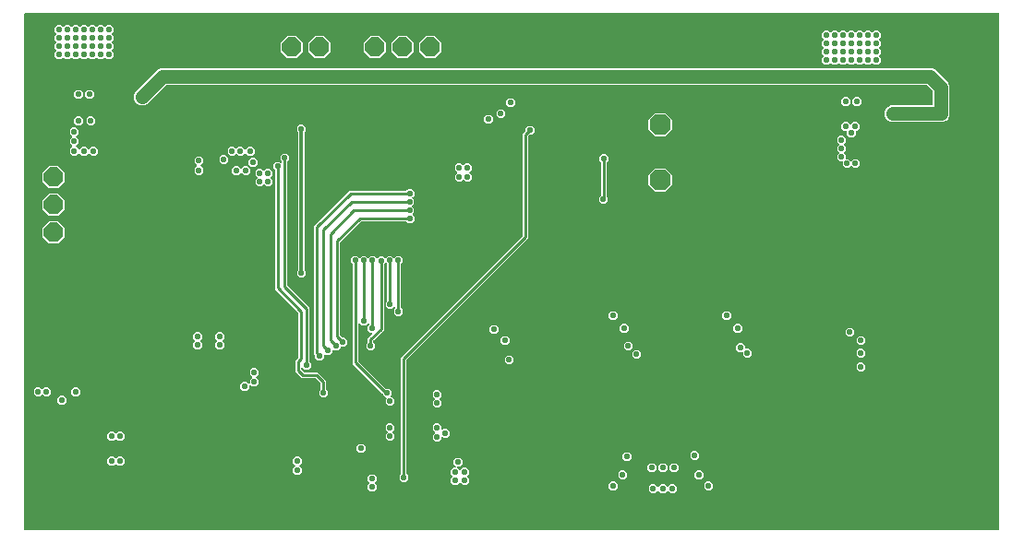
<source format=gbl>
G04 EAGLE Gerber RS-274X export*
G75*
%MOMM*%
%FSLAX34Y34*%
%LPD*%
%INBottom Copper Layer*%
%IPPOS*%
%AMOC8*
5,1,8,0,0,1.08239X$1,22.5*%
G01*
%ADD10P,1.924489X8X22.500000*%
%ADD11P,2.089446X8X292.500000*%
%ADD12P,1.924489X8X112.500000*%
%ADD13C,0.553200*%
%ADD14C,0.254000*%
%ADD15C,0.355600*%
%ADD16C,1.270000*%

G36*
X897148Y3814D02*
X897148Y3814D01*
X897167Y3812D01*
X897269Y3834D01*
X897371Y3850D01*
X897388Y3860D01*
X897408Y3864D01*
X897497Y3917D01*
X897588Y3966D01*
X897602Y3980D01*
X897619Y3990D01*
X897686Y4069D01*
X897758Y4144D01*
X897766Y4162D01*
X897779Y4177D01*
X897818Y4273D01*
X897861Y4367D01*
X897863Y4387D01*
X897871Y4405D01*
X897889Y4572D01*
X897889Y478028D01*
X897886Y478048D01*
X897888Y478067D01*
X897866Y478169D01*
X897850Y478271D01*
X897840Y478288D01*
X897836Y478308D01*
X897783Y478397D01*
X897734Y478488D01*
X897720Y478502D01*
X897710Y478519D01*
X897631Y478586D01*
X897556Y478658D01*
X897538Y478666D01*
X897523Y478679D01*
X897427Y478718D01*
X897333Y478761D01*
X897313Y478763D01*
X897295Y478771D01*
X897128Y478789D01*
X4572Y478789D01*
X4552Y478786D01*
X4533Y478788D01*
X4431Y478766D01*
X4329Y478750D01*
X4312Y478740D01*
X4292Y478736D01*
X4203Y478683D01*
X4112Y478634D01*
X4098Y478620D01*
X4081Y478610D01*
X4014Y478531D01*
X3942Y478456D01*
X3934Y478438D01*
X3921Y478423D01*
X3882Y478327D01*
X3839Y478233D01*
X3837Y478213D01*
X3829Y478195D01*
X3811Y478028D01*
X3811Y4572D01*
X3814Y4552D01*
X3812Y4533D01*
X3834Y4431D01*
X3850Y4329D01*
X3860Y4312D01*
X3864Y4292D01*
X3917Y4203D01*
X3966Y4112D01*
X3980Y4098D01*
X3990Y4081D01*
X4069Y4014D01*
X4144Y3942D01*
X4162Y3934D01*
X4177Y3921D01*
X4273Y3882D01*
X4367Y3839D01*
X4387Y3837D01*
X4405Y3829D01*
X4572Y3811D01*
X897128Y3811D01*
X897148Y3814D01*
G37*
%LPC*%
G36*
X798324Y378439D02*
X798324Y378439D01*
X795523Y379599D01*
X793379Y381743D01*
X792219Y384544D01*
X792219Y387576D01*
X793379Y390377D01*
X795543Y392541D01*
X798344Y393701D01*
X836168Y393701D01*
X836188Y393704D01*
X836207Y393702D01*
X836309Y393724D01*
X836411Y393740D01*
X836428Y393750D01*
X836448Y393754D01*
X836537Y393807D01*
X836628Y393856D01*
X836642Y393870D01*
X836659Y393880D01*
X836726Y393959D01*
X836798Y394034D01*
X836806Y394052D01*
X836819Y394067D01*
X836858Y394163D01*
X836901Y394257D01*
X836903Y394277D01*
X836911Y394295D01*
X836929Y394462D01*
X836929Y406738D01*
X836915Y406828D01*
X836907Y406919D01*
X836895Y406949D01*
X836890Y406981D01*
X836847Y407062D01*
X836811Y407145D01*
X836785Y407178D01*
X836774Y407198D01*
X836751Y407220D01*
X836706Y407276D01*
X831456Y412526D01*
X831382Y412579D01*
X831313Y412639D01*
X831283Y412651D01*
X831257Y412670D01*
X831170Y412697D01*
X831085Y412731D01*
X831044Y412735D01*
X831022Y412742D01*
X830989Y412741D01*
X830918Y412749D01*
X134282Y412749D01*
X134192Y412735D01*
X134101Y412727D01*
X134071Y412715D01*
X134039Y412710D01*
X133958Y412667D01*
X133875Y412631D01*
X133842Y412605D01*
X133822Y412594D01*
X133800Y412571D01*
X133744Y412526D01*
X116077Y394859D01*
X113276Y393699D01*
X110244Y393699D01*
X107443Y394859D01*
X105299Y397003D01*
X104139Y399804D01*
X104139Y402836D01*
X105299Y405637D01*
X126493Y426831D01*
X129294Y427991D01*
X835906Y427991D01*
X838707Y426831D01*
X851011Y414527D01*
X852171Y411726D01*
X852171Y384564D01*
X851011Y381763D01*
X848867Y379619D01*
X846066Y378459D01*
X801556Y378459D01*
X801491Y378449D01*
X801425Y378448D01*
X801395Y378439D01*
X798324Y378439D01*
G37*
%LPD*%
%LPC*%
G36*
X272648Y159793D02*
X272648Y159793D01*
X270283Y162158D01*
X270283Y163958D01*
X270269Y164048D01*
X270261Y164139D01*
X270249Y164169D01*
X270244Y164201D01*
X270201Y164282D01*
X270165Y164366D01*
X270139Y164398D01*
X270128Y164418D01*
X270105Y164441D01*
X270060Y164497D01*
X269239Y165318D01*
X269239Y282992D01*
X301970Y315723D01*
X353895Y315723D01*
X353985Y315737D01*
X354076Y315745D01*
X354105Y315757D01*
X354137Y315762D01*
X354218Y315805D01*
X354302Y315841D01*
X354334Y315867D01*
X354355Y315878D01*
X354377Y315901D01*
X354433Y315946D01*
X355706Y317219D01*
X359050Y317219D01*
X361415Y314854D01*
X361415Y311510D01*
X359561Y309656D01*
X359549Y309640D01*
X359534Y309628D01*
X359478Y309540D01*
X359418Y309457D01*
X359412Y309438D01*
X359401Y309421D01*
X359376Y309320D01*
X359345Y309221D01*
X359346Y309202D01*
X359341Y309182D01*
X359349Y309079D01*
X359352Y308976D01*
X359358Y308957D01*
X359360Y308937D01*
X359400Y308842D01*
X359436Y308745D01*
X359448Y308729D01*
X359456Y308711D01*
X359561Y308580D01*
X361161Y306980D01*
X361161Y303636D01*
X359307Y301782D01*
X359295Y301766D01*
X359280Y301754D01*
X359224Y301666D01*
X359164Y301583D01*
X359158Y301564D01*
X359147Y301547D01*
X359122Y301446D01*
X359091Y301347D01*
X359092Y301328D01*
X359087Y301308D01*
X359095Y301205D01*
X359098Y301102D01*
X359104Y301083D01*
X359106Y301063D01*
X359146Y300968D01*
X359182Y300871D01*
X359195Y300855D01*
X359202Y300837D01*
X359307Y300706D01*
X361161Y298852D01*
X361161Y295508D01*
X359688Y294035D01*
X359676Y294019D01*
X359661Y294007D01*
X359605Y293919D01*
X359545Y293836D01*
X359539Y293817D01*
X359528Y293800D01*
X359503Y293699D01*
X359472Y293600D01*
X359473Y293581D01*
X359468Y293561D01*
X359476Y293458D01*
X359479Y293355D01*
X359485Y293336D01*
X359487Y293316D01*
X359527Y293221D01*
X359563Y293124D01*
X359575Y293108D01*
X359583Y293090D01*
X359688Y292959D01*
X361288Y291359D01*
X361288Y288015D01*
X358923Y285650D01*
X355579Y285650D01*
X354306Y286923D01*
X354232Y286976D01*
X354162Y287036D01*
X354132Y287048D01*
X354106Y287067D01*
X354019Y287094D01*
X353934Y287128D01*
X353893Y287132D01*
X353871Y287139D01*
X353839Y287138D01*
X353768Y287146D01*
X312645Y287146D01*
X312555Y287132D01*
X312464Y287124D01*
X312434Y287112D01*
X312402Y287107D01*
X312321Y287064D01*
X312237Y287028D01*
X312205Y287002D01*
X312185Y286991D01*
X312162Y286968D01*
X312106Y286923D01*
X293594Y268411D01*
X293541Y268337D01*
X293481Y268267D01*
X293469Y268237D01*
X293450Y268211D01*
X293423Y268124D01*
X293389Y268039D01*
X293385Y267998D01*
X293378Y267976D01*
X293379Y267944D01*
X293371Y267872D01*
X293371Y182978D01*
X293385Y182888D01*
X293393Y182797D01*
X293405Y182767D01*
X293410Y182735D01*
X293453Y182654D01*
X293489Y182570D01*
X293515Y182538D01*
X293526Y182518D01*
X293549Y182495D01*
X293594Y182439D01*
X295243Y180790D01*
X295317Y180737D01*
X295387Y180677D01*
X295417Y180665D01*
X295443Y180646D01*
X295530Y180619D01*
X295615Y180585D01*
X295656Y180581D01*
X295678Y180574D01*
X295710Y180575D01*
X295782Y180567D01*
X297582Y180567D01*
X299947Y178202D01*
X299947Y174858D01*
X297582Y172493D01*
X294358Y172493D01*
X294338Y172490D01*
X294319Y172492D01*
X294217Y172470D01*
X294115Y172454D01*
X294098Y172444D01*
X294078Y172440D01*
X293989Y172387D01*
X293898Y172338D01*
X293884Y172324D01*
X293867Y172314D01*
X293800Y172235D01*
X293728Y172160D01*
X293720Y172142D01*
X293707Y172127D01*
X293668Y172031D01*
X293625Y171937D01*
X293623Y171917D01*
X293615Y171899D01*
X293597Y171732D01*
X293597Y171048D01*
X291232Y168683D01*
X287888Y168683D01*
X287276Y169295D01*
X287218Y169337D01*
X287166Y169386D01*
X287119Y169408D01*
X287077Y169438D01*
X287008Y169460D01*
X286943Y169490D01*
X286891Y169496D01*
X286841Y169511D01*
X286770Y169509D01*
X286699Y169517D01*
X286648Y169506D01*
X286596Y169504D01*
X286528Y169480D01*
X286458Y169465D01*
X286413Y169438D01*
X286365Y169420D01*
X286309Y169375D01*
X286247Y169338D01*
X286213Y169299D01*
X286173Y169266D01*
X286134Y169206D01*
X286087Y169152D01*
X286068Y169103D01*
X286040Y169059D01*
X286022Y168990D01*
X285995Y168923D01*
X285987Y168852D01*
X285979Y168821D01*
X285981Y168798D01*
X285977Y168757D01*
X285977Y167238D01*
X283612Y164873D01*
X280268Y164873D01*
X279656Y165485D01*
X279598Y165527D01*
X279546Y165576D01*
X279499Y165598D01*
X279457Y165628D01*
X279388Y165650D01*
X279323Y165680D01*
X279271Y165686D01*
X279221Y165701D01*
X279150Y165699D01*
X279079Y165707D01*
X279028Y165696D01*
X278976Y165694D01*
X278908Y165670D01*
X278838Y165655D01*
X278793Y165628D01*
X278745Y165610D01*
X278689Y165565D01*
X278627Y165528D01*
X278593Y165489D01*
X278553Y165456D01*
X278514Y165396D01*
X278467Y165342D01*
X278448Y165293D01*
X278420Y165249D01*
X278402Y165180D01*
X278375Y165113D01*
X278367Y165042D01*
X278359Y165011D01*
X278361Y164988D01*
X278357Y164947D01*
X278357Y162158D01*
X275992Y159793D01*
X272648Y159793D01*
G37*
%LPD*%
%LPC*%
G36*
X337418Y117883D02*
X337418Y117883D01*
X335053Y120248D01*
X335053Y123592D01*
X335665Y124204D01*
X335707Y124262D01*
X335756Y124314D01*
X335778Y124361D01*
X335808Y124403D01*
X335830Y124472D01*
X335860Y124537D01*
X335866Y124589D01*
X335881Y124639D01*
X335879Y124710D01*
X335887Y124781D01*
X335876Y124832D01*
X335874Y124884D01*
X335850Y124952D01*
X335835Y125022D01*
X335808Y125067D01*
X335790Y125115D01*
X335745Y125171D01*
X335708Y125233D01*
X335669Y125267D01*
X335636Y125307D01*
X335576Y125346D01*
X335522Y125393D01*
X335473Y125412D01*
X335429Y125440D01*
X335360Y125458D01*
X335293Y125485D01*
X335222Y125493D01*
X335191Y125501D01*
X335168Y125499D01*
X335127Y125503D01*
X334878Y125503D01*
X332513Y127868D01*
X332513Y128398D01*
X332499Y128488D01*
X332491Y128579D01*
X332479Y128609D01*
X332474Y128641D01*
X332431Y128722D01*
X332395Y128806D01*
X332369Y128838D01*
X332358Y128858D01*
X332335Y128881D01*
X332290Y128937D01*
X304799Y156428D01*
X304799Y247977D01*
X304785Y248067D01*
X304777Y248158D01*
X304765Y248187D01*
X304760Y248219D01*
X304717Y248300D01*
X304681Y248384D01*
X304655Y248416D01*
X304644Y248437D01*
X304621Y248459D01*
X304576Y248515D01*
X303303Y249788D01*
X303303Y253132D01*
X305668Y255497D01*
X309012Y255497D01*
X310612Y253897D01*
X310628Y253885D01*
X310640Y253870D01*
X310728Y253814D01*
X310811Y253754D01*
X310830Y253748D01*
X310847Y253737D01*
X310948Y253712D01*
X311047Y253681D01*
X311066Y253682D01*
X311086Y253677D01*
X311189Y253685D01*
X311292Y253688D01*
X311311Y253694D01*
X311331Y253696D01*
X311426Y253736D01*
X311523Y253772D01*
X311539Y253785D01*
X311557Y253792D01*
X311688Y253897D01*
X313288Y255497D01*
X316632Y255497D01*
X318232Y253897D01*
X318248Y253885D01*
X318260Y253870D01*
X318348Y253814D01*
X318431Y253754D01*
X318450Y253748D01*
X318467Y253737D01*
X318568Y253712D01*
X318667Y253681D01*
X318686Y253682D01*
X318706Y253677D01*
X318809Y253685D01*
X318912Y253688D01*
X318931Y253694D01*
X318951Y253696D01*
X319046Y253736D01*
X319143Y253772D01*
X319159Y253785D01*
X319177Y253792D01*
X319308Y253897D01*
X320908Y255497D01*
X324252Y255497D01*
X326487Y253262D01*
X326503Y253250D01*
X326515Y253235D01*
X326603Y253179D01*
X326686Y253119D01*
X326705Y253113D01*
X326722Y253102D01*
X326823Y253077D01*
X326922Y253046D01*
X326941Y253047D01*
X326961Y253042D01*
X327064Y253050D01*
X327167Y253053D01*
X327186Y253059D01*
X327206Y253061D01*
X327301Y253101D01*
X327398Y253137D01*
X327414Y253150D01*
X327432Y253157D01*
X327563Y253262D01*
X329163Y254862D01*
X332507Y254862D01*
X334107Y253262D01*
X334123Y253250D01*
X334135Y253235D01*
X334223Y253179D01*
X334306Y253119D01*
X334325Y253113D01*
X334342Y253102D01*
X334443Y253077D01*
X334542Y253046D01*
X334561Y253047D01*
X334581Y253042D01*
X334684Y253050D01*
X334787Y253053D01*
X334806Y253059D01*
X334826Y253061D01*
X334921Y253101D01*
X335018Y253137D01*
X335034Y253149D01*
X335052Y253157D01*
X335183Y253262D01*
X337418Y255497D01*
X340762Y255497D01*
X342362Y253897D01*
X342378Y253885D01*
X342390Y253870D01*
X342478Y253814D01*
X342561Y253754D01*
X342580Y253748D01*
X342597Y253737D01*
X342698Y253712D01*
X342797Y253681D01*
X342816Y253682D01*
X342836Y253677D01*
X342939Y253685D01*
X343042Y253688D01*
X343061Y253694D01*
X343081Y253696D01*
X343176Y253736D01*
X343273Y253772D01*
X343289Y253785D01*
X343307Y253792D01*
X343438Y253897D01*
X345038Y255497D01*
X348382Y255497D01*
X350747Y253132D01*
X350747Y249788D01*
X349474Y248515D01*
X349421Y248441D01*
X349361Y248371D01*
X349349Y248341D01*
X349330Y248315D01*
X349303Y248228D01*
X349269Y248143D01*
X349265Y248102D01*
X349258Y248080D01*
X349259Y248048D01*
X349251Y247977D01*
X349251Y207953D01*
X349265Y207863D01*
X349273Y207772D01*
X349285Y207743D01*
X349290Y207711D01*
X349333Y207630D01*
X349369Y207546D01*
X349395Y207514D01*
X349406Y207493D01*
X349429Y207471D01*
X349474Y207415D01*
X350747Y206142D01*
X350747Y202798D01*
X348382Y200433D01*
X345038Y200433D01*
X342673Y202798D01*
X342673Y206142D01*
X343946Y207415D01*
X343999Y207489D01*
X344059Y207559D01*
X344071Y207589D01*
X344090Y207615D01*
X344117Y207702D01*
X344151Y207787D01*
X344155Y207828D01*
X344162Y207850D01*
X344161Y207882D01*
X344169Y207953D01*
X344169Y208353D01*
X344158Y208423D01*
X344156Y208495D01*
X344138Y208544D01*
X344130Y208595D01*
X344096Y208659D01*
X344071Y208726D01*
X344039Y208767D01*
X344014Y208813D01*
X343962Y208862D01*
X343918Y208918D01*
X343874Y208946D01*
X343836Y208982D01*
X343771Y209012D01*
X343711Y209051D01*
X343660Y209064D01*
X343613Y209086D01*
X343542Y209094D01*
X343472Y209111D01*
X343420Y209107D01*
X343369Y209113D01*
X343298Y209098D01*
X343227Y209092D01*
X343179Y209072D01*
X343128Y209061D01*
X343067Y209024D01*
X343001Y208996D01*
X342945Y208951D01*
X342917Y208934D01*
X342902Y208917D01*
X342870Y208891D01*
X340762Y206783D01*
X337418Y206783D01*
X335053Y209148D01*
X335053Y212492D01*
X336326Y213765D01*
X336379Y213839D01*
X336439Y213909D01*
X336451Y213939D01*
X336470Y213965D01*
X336497Y214052D01*
X336531Y214137D01*
X336535Y214178D01*
X336542Y214200D01*
X336541Y214232D01*
X336549Y214303D01*
X336549Y247977D01*
X336535Y248067D01*
X336527Y248158D01*
X336515Y248187D01*
X336510Y248219D01*
X336467Y248300D01*
X336431Y248384D01*
X336405Y248416D01*
X336394Y248437D01*
X336371Y248459D01*
X336326Y248515D01*
X335818Y249023D01*
X335802Y249035D01*
X335790Y249050D01*
X335703Y249106D01*
X335619Y249166D01*
X335600Y249172D01*
X335583Y249183D01*
X335482Y249208D01*
X335384Y249239D01*
X335364Y249238D01*
X335344Y249243D01*
X335241Y249235D01*
X335138Y249232D01*
X335119Y249226D01*
X335099Y249224D01*
X335004Y249184D01*
X334907Y249148D01*
X334891Y249136D01*
X334873Y249128D01*
X334742Y249023D01*
X333599Y247880D01*
X333546Y247806D01*
X333486Y247736D01*
X333474Y247706D01*
X333455Y247680D01*
X333428Y247593D01*
X333394Y247508D01*
X333390Y247467D01*
X333383Y247445D01*
X333384Y247413D01*
X333376Y247342D01*
X333376Y187543D01*
X324074Y178241D01*
X324021Y178167D01*
X323961Y178097D01*
X323949Y178067D01*
X323930Y178041D01*
X323903Y177954D01*
X323869Y177869D01*
X323865Y177828D01*
X323858Y177806D01*
X323859Y177774D01*
X323851Y177702D01*
X323851Y176203D01*
X323865Y176113D01*
X323873Y176022D01*
X323885Y175993D01*
X323890Y175961D01*
X323933Y175880D01*
X323969Y175796D01*
X323995Y175764D01*
X324006Y175743D01*
X324029Y175721D01*
X324074Y175665D01*
X325347Y174392D01*
X325347Y171048D01*
X322982Y168683D01*
X319638Y168683D01*
X317273Y171048D01*
X317273Y174392D01*
X318546Y175665D01*
X318599Y175739D01*
X318659Y175809D01*
X318671Y175839D01*
X318690Y175865D01*
X318717Y175952D01*
X318751Y176037D01*
X318755Y176078D01*
X318762Y176100D01*
X318761Y176132D01*
X318769Y176203D01*
X318769Y180122D01*
X320481Y181834D01*
X322541Y183894D01*
X322582Y183952D01*
X322632Y184004D01*
X322654Y184051D01*
X322684Y184093D01*
X322705Y184162D01*
X322735Y184227D01*
X322741Y184279D01*
X322757Y184329D01*
X322755Y184400D01*
X322763Y184471D01*
X322751Y184522D01*
X322750Y184574D01*
X322726Y184642D01*
X322710Y184712D01*
X322684Y184757D01*
X322666Y184805D01*
X322621Y184861D01*
X322584Y184923D01*
X322545Y184957D01*
X322512Y184997D01*
X322452Y185036D01*
X322397Y185083D01*
X322349Y185102D01*
X322305Y185130D01*
X322236Y185148D01*
X322169Y185175D01*
X322098Y185183D01*
X322067Y185191D01*
X322043Y185189D01*
X322002Y185193D01*
X320908Y185193D01*
X318543Y187558D01*
X318543Y190902D01*
X319816Y192175D01*
X319869Y192249D01*
X319929Y192319D01*
X319941Y192349D01*
X319960Y192375D01*
X319987Y192462D01*
X320021Y192547D01*
X320025Y192588D01*
X320032Y192610D01*
X320031Y192642D01*
X320039Y192713D01*
X320039Y193113D01*
X320028Y193183D01*
X320026Y193255D01*
X320008Y193304D01*
X320000Y193355D01*
X319966Y193419D01*
X319941Y193486D01*
X319909Y193527D01*
X319884Y193573D01*
X319832Y193622D01*
X319788Y193678D01*
X319744Y193706D01*
X319706Y193742D01*
X319641Y193772D01*
X319581Y193811D01*
X319530Y193824D01*
X319483Y193846D01*
X319412Y193854D01*
X319342Y193871D01*
X319290Y193867D01*
X319239Y193873D01*
X319168Y193858D01*
X319097Y193852D01*
X319049Y193832D01*
X318998Y193821D01*
X318937Y193784D01*
X318871Y193756D01*
X318815Y193711D01*
X318787Y193694D01*
X318772Y193677D01*
X318740Y193651D01*
X316632Y191543D01*
X313288Y191543D01*
X311180Y193651D01*
X311122Y193693D01*
X311070Y193742D01*
X311023Y193764D01*
X310981Y193794D01*
X310912Y193816D01*
X310847Y193846D01*
X310795Y193852D01*
X310745Y193867D01*
X310674Y193865D01*
X310603Y193873D01*
X310552Y193862D01*
X310500Y193860D01*
X310432Y193836D01*
X310362Y193821D01*
X310317Y193794D01*
X310269Y193776D01*
X310213Y193731D01*
X310151Y193694D01*
X310117Y193655D01*
X310077Y193622D01*
X310038Y193562D01*
X309991Y193508D01*
X309972Y193459D01*
X309944Y193415D01*
X309926Y193346D01*
X309899Y193279D01*
X309891Y193208D01*
X309883Y193177D01*
X309885Y193154D01*
X309881Y193113D01*
X309881Y158848D01*
X309895Y158758D01*
X309903Y158667D01*
X309915Y158637D01*
X309920Y158605D01*
X309963Y158524D01*
X309999Y158440D01*
X310025Y158408D01*
X310036Y158388D01*
X310059Y158365D01*
X310104Y158309D01*
X334613Y133800D01*
X334687Y133747D01*
X334757Y133687D01*
X334787Y133675D01*
X334813Y133656D01*
X334900Y133629D01*
X334985Y133595D01*
X335026Y133591D01*
X335048Y133584D01*
X335080Y133585D01*
X335152Y133577D01*
X338222Y133577D01*
X340587Y131212D01*
X340587Y127868D01*
X339975Y127256D01*
X339933Y127198D01*
X339884Y127146D01*
X339862Y127099D01*
X339832Y127057D01*
X339810Y126988D01*
X339780Y126923D01*
X339774Y126871D01*
X339759Y126821D01*
X339761Y126750D01*
X339753Y126679D01*
X339764Y126628D01*
X339766Y126576D01*
X339790Y126508D01*
X339805Y126438D01*
X339832Y126393D01*
X339850Y126345D01*
X339895Y126289D01*
X339932Y126227D01*
X339971Y126193D01*
X340004Y126153D01*
X340064Y126114D01*
X340118Y126067D01*
X340167Y126048D01*
X340211Y126020D01*
X340280Y126002D01*
X340347Y125975D01*
X340418Y125967D01*
X340449Y125959D01*
X340472Y125961D01*
X340513Y125957D01*
X340762Y125957D01*
X343127Y123592D01*
X343127Y120248D01*
X340762Y117883D01*
X337418Y117883D01*
G37*
%LPD*%
%LPC*%
G36*
X276458Y125503D02*
X276458Y125503D01*
X274093Y127868D01*
X274093Y131212D01*
X275366Y132485D01*
X275419Y132559D01*
X275479Y132629D01*
X275491Y132659D01*
X275510Y132685D01*
X275537Y132772D01*
X275571Y132857D01*
X275575Y132898D01*
X275582Y132920D01*
X275581Y132952D01*
X275589Y133023D01*
X275589Y138332D01*
X275575Y138422D01*
X275567Y138513D01*
X275555Y138543D01*
X275550Y138575D01*
X275507Y138656D01*
X275471Y138740D01*
X275445Y138772D01*
X275434Y138792D01*
X275411Y138815D01*
X275366Y138871D01*
X270951Y143286D01*
X270877Y143339D01*
X270807Y143399D01*
X270777Y143411D01*
X270751Y143430D01*
X270664Y143457D01*
X270579Y143491D01*
X270538Y143495D01*
X270516Y143502D01*
X270484Y143501D01*
X270412Y143509D01*
X258028Y143509D01*
X252729Y148808D01*
X252729Y159802D01*
X255046Y162119D01*
X255099Y162193D01*
X255159Y162263D01*
X255171Y162293D01*
X255190Y162319D01*
X255217Y162406D01*
X255251Y162491D01*
X255255Y162532D01*
X255262Y162554D01*
X255261Y162586D01*
X255269Y162658D01*
X255269Y203102D01*
X255255Y203192D01*
X255247Y203283D01*
X255235Y203313D01*
X255230Y203345D01*
X255187Y203426D01*
X255151Y203510D01*
X255125Y203542D01*
X255114Y203562D01*
X255091Y203585D01*
X255046Y203641D01*
X233679Y225008D01*
X233679Y334337D01*
X233665Y334427D01*
X233657Y334518D01*
X233645Y334547D01*
X233640Y334579D01*
X233597Y334660D01*
X233561Y334744D01*
X233535Y334776D01*
X233524Y334797D01*
X233501Y334819D01*
X233456Y334875D01*
X232183Y336148D01*
X232183Y339492D01*
X234548Y341857D01*
X237892Y341857D01*
X238730Y341019D01*
X238788Y340977D01*
X238840Y340928D01*
X238887Y340906D01*
X238929Y340876D01*
X238998Y340854D01*
X239063Y340824D01*
X239115Y340818D01*
X239165Y340803D01*
X239236Y340805D01*
X239307Y340797D01*
X239358Y340808D01*
X239410Y340810D01*
X239478Y340834D01*
X239548Y340849D01*
X239593Y340876D01*
X239641Y340894D01*
X239697Y340939D01*
X239759Y340976D01*
X239793Y341015D01*
X239833Y341048D01*
X239872Y341108D01*
X239919Y341162D01*
X239938Y341211D01*
X239966Y341255D01*
X239984Y341324D01*
X240011Y341391D01*
X240019Y341462D01*
X240027Y341493D01*
X240025Y341516D01*
X240029Y341557D01*
X240029Y341957D01*
X240015Y342046D01*
X240007Y342138D01*
X239995Y342167D01*
X239990Y342199D01*
X239947Y342280D01*
X239911Y342364D01*
X239885Y342396D01*
X239874Y342417D01*
X239851Y342439D01*
X239806Y342495D01*
X238533Y343768D01*
X238533Y347112D01*
X240898Y349477D01*
X244242Y349477D01*
X246607Y347112D01*
X246607Y343768D01*
X245334Y342495D01*
X245281Y342421D01*
X245221Y342351D01*
X245209Y342321D01*
X245190Y342295D01*
X245163Y342208D01*
X245129Y342123D01*
X245125Y342082D01*
X245118Y342060D01*
X245119Y342028D01*
X245111Y341957D01*
X245111Y228698D01*
X245125Y228608D01*
X245133Y228517D01*
X245145Y228487D01*
X245150Y228455D01*
X245193Y228374D01*
X245229Y228290D01*
X245255Y228258D01*
X245266Y228238D01*
X245289Y228215D01*
X245334Y228159D01*
X265431Y208062D01*
X265431Y158423D01*
X265445Y158333D01*
X265453Y158242D01*
X265465Y158213D01*
X265470Y158181D01*
X265513Y158100D01*
X265549Y158016D01*
X265575Y157984D01*
X265586Y157963D01*
X265609Y157941D01*
X265654Y157885D01*
X266927Y156612D01*
X266927Y153268D01*
X264562Y150903D01*
X261218Y150903D01*
X259110Y153011D01*
X259052Y153053D01*
X259000Y153102D01*
X258953Y153124D01*
X258911Y153154D01*
X258842Y153176D01*
X258777Y153206D01*
X258725Y153212D01*
X258675Y153227D01*
X258604Y153225D01*
X258533Y153233D01*
X258482Y153222D01*
X258430Y153220D01*
X258362Y153196D01*
X258292Y153181D01*
X258247Y153154D01*
X258199Y153136D01*
X258143Y153091D01*
X258081Y153054D01*
X258047Y153015D01*
X258007Y152982D01*
X257968Y152922D01*
X257921Y152868D01*
X257902Y152819D01*
X257874Y152775D01*
X257856Y152706D01*
X257829Y152639D01*
X257821Y152568D01*
X257813Y152537D01*
X257815Y152514D01*
X257811Y152473D01*
X257811Y151228D01*
X257825Y151138D01*
X257833Y151047D01*
X257845Y151017D01*
X257850Y150985D01*
X257893Y150904D01*
X257929Y150820D01*
X257955Y150788D01*
X257966Y150768D01*
X257989Y150745D01*
X258034Y150689D01*
X259909Y148814D01*
X259983Y148761D01*
X260053Y148701D01*
X260083Y148689D01*
X260109Y148670D01*
X260196Y148643D01*
X260281Y148609D01*
X260322Y148605D01*
X260344Y148598D01*
X260376Y148599D01*
X260448Y148591D01*
X272832Y148591D01*
X280671Y140752D01*
X280671Y133023D01*
X280685Y132933D01*
X280693Y132842D01*
X280705Y132813D01*
X280710Y132781D01*
X280753Y132700D01*
X280789Y132616D01*
X280815Y132584D01*
X280826Y132563D01*
X280849Y132541D01*
X280894Y132485D01*
X282167Y131212D01*
X282167Y127868D01*
X279802Y125503D01*
X276458Y125503D01*
G37*
%LPD*%
%LPC*%
G36*
X350118Y48033D02*
X350118Y48033D01*
X347753Y50398D01*
X347753Y53742D01*
X349026Y55015D01*
X349079Y55089D01*
X349139Y55158D01*
X349151Y55189D01*
X349170Y55215D01*
X349197Y55302D01*
X349231Y55387D01*
X349235Y55428D01*
X349242Y55450D01*
X349241Y55482D01*
X349249Y55553D01*
X349249Y162342D01*
X350960Y164054D01*
X350961Y164054D01*
X460786Y273879D01*
X460839Y273953D01*
X460899Y274023D01*
X460911Y274053D01*
X460930Y274079D01*
X460957Y274166D01*
X460991Y274251D01*
X460995Y274292D01*
X461002Y274314D01*
X461001Y274346D01*
X461009Y274418D01*
X461009Y368082D01*
X463100Y370173D01*
X463153Y370247D01*
X463213Y370317D01*
X463225Y370347D01*
X463244Y370373D01*
X463271Y370460D01*
X463305Y370545D01*
X463309Y370586D01*
X463316Y370608D01*
X463315Y370640D01*
X463323Y370712D01*
X463323Y372512D01*
X465688Y374877D01*
X469032Y374877D01*
X471397Y372512D01*
X471397Y369168D01*
X469032Y366803D01*
X467232Y366803D01*
X467142Y366789D01*
X467051Y366781D01*
X467021Y366769D01*
X466989Y366764D01*
X466908Y366721D01*
X466824Y366685D01*
X466792Y366659D01*
X466772Y366648D01*
X466749Y366625D01*
X466693Y366580D01*
X466314Y366201D01*
X466261Y366127D01*
X466201Y366057D01*
X466189Y366027D01*
X466170Y366001D01*
X466143Y365914D01*
X466109Y365829D01*
X466105Y365788D01*
X466098Y365766D01*
X466099Y365734D01*
X466091Y365662D01*
X466091Y271998D01*
X464380Y270286D01*
X464379Y270286D01*
X354554Y160461D01*
X354501Y160387D01*
X354441Y160317D01*
X354429Y160287D01*
X354410Y160261D01*
X354383Y160174D01*
X354349Y160089D01*
X354345Y160048D01*
X354338Y160026D01*
X354339Y159994D01*
X354331Y159922D01*
X354331Y55553D01*
X354332Y55543D01*
X354332Y55536D01*
X354339Y55503D01*
X354345Y55463D01*
X354353Y55372D01*
X354365Y55343D01*
X354370Y55311D01*
X354413Y55230D01*
X354449Y55146D01*
X354475Y55114D01*
X354486Y55093D01*
X354509Y55071D01*
X354554Y55015D01*
X355827Y53742D01*
X355827Y50398D01*
X353462Y48033D01*
X350118Y48033D01*
G37*
%LPD*%
%LPC*%
G36*
X33888Y436653D02*
X33888Y436653D01*
X31523Y439018D01*
X31523Y442362D01*
X33123Y443962D01*
X33135Y443978D01*
X33150Y443990D01*
X33206Y444078D01*
X33266Y444161D01*
X33272Y444180D01*
X33283Y444197D01*
X33308Y444298D01*
X33339Y444397D01*
X33338Y444416D01*
X33343Y444436D01*
X33335Y444539D01*
X33332Y444642D01*
X33326Y444661D01*
X33324Y444681D01*
X33284Y444776D01*
X33248Y444873D01*
X33235Y444889D01*
X33228Y444907D01*
X33123Y445038D01*
X31523Y446638D01*
X31523Y449982D01*
X33123Y451582D01*
X33135Y451598D01*
X33150Y451610D01*
X33206Y451698D01*
X33266Y451781D01*
X33272Y451800D01*
X33283Y451817D01*
X33308Y451918D01*
X33339Y452017D01*
X33338Y452036D01*
X33343Y452056D01*
X33335Y452159D01*
X33332Y452262D01*
X33326Y452281D01*
X33324Y452301D01*
X33284Y452396D01*
X33248Y452493D01*
X33236Y452509D01*
X33228Y452527D01*
X33123Y452658D01*
X31523Y454258D01*
X31523Y457602D01*
X33123Y459202D01*
X33135Y459218D01*
X33150Y459230D01*
X33206Y459318D01*
X33266Y459401D01*
X33272Y459420D01*
X33283Y459437D01*
X33308Y459538D01*
X33339Y459637D01*
X33338Y459656D01*
X33343Y459676D01*
X33335Y459779D01*
X33332Y459882D01*
X33326Y459901D01*
X33324Y459921D01*
X33284Y460016D01*
X33248Y460113D01*
X33235Y460129D01*
X33228Y460147D01*
X33123Y460278D01*
X31523Y461878D01*
X31523Y465222D01*
X33888Y467587D01*
X37232Y467587D01*
X38832Y465987D01*
X38848Y465975D01*
X38860Y465960D01*
X38948Y465904D01*
X39031Y465844D01*
X39050Y465838D01*
X39067Y465827D01*
X39168Y465802D01*
X39267Y465771D01*
X39286Y465772D01*
X39306Y465767D01*
X39409Y465775D01*
X39512Y465778D01*
X39531Y465784D01*
X39551Y465786D01*
X39646Y465826D01*
X39743Y465862D01*
X39759Y465875D01*
X39777Y465882D01*
X39908Y465987D01*
X41508Y467587D01*
X44852Y467587D01*
X46452Y465987D01*
X46468Y465975D01*
X46480Y465960D01*
X46568Y465904D01*
X46651Y465844D01*
X46670Y465838D01*
X46687Y465827D01*
X46788Y465802D01*
X46887Y465771D01*
X46906Y465772D01*
X46926Y465767D01*
X47029Y465775D01*
X47132Y465778D01*
X47151Y465784D01*
X47171Y465786D01*
X47266Y465826D01*
X47363Y465862D01*
X47379Y465875D01*
X47397Y465882D01*
X47528Y465987D01*
X49128Y467587D01*
X52472Y467587D01*
X54072Y465987D01*
X54088Y465975D01*
X54100Y465960D01*
X54188Y465904D01*
X54271Y465844D01*
X54290Y465838D01*
X54307Y465827D01*
X54408Y465802D01*
X54507Y465771D01*
X54526Y465772D01*
X54546Y465767D01*
X54649Y465775D01*
X54752Y465778D01*
X54771Y465784D01*
X54791Y465786D01*
X54886Y465826D01*
X54983Y465862D01*
X54999Y465875D01*
X55017Y465882D01*
X55148Y465987D01*
X56748Y467587D01*
X60092Y467587D01*
X61692Y465987D01*
X61708Y465975D01*
X61720Y465960D01*
X61808Y465904D01*
X61891Y465844D01*
X61910Y465838D01*
X61927Y465827D01*
X62028Y465802D01*
X62127Y465771D01*
X62146Y465772D01*
X62166Y465767D01*
X62269Y465775D01*
X62372Y465778D01*
X62391Y465784D01*
X62411Y465786D01*
X62506Y465826D01*
X62603Y465862D01*
X62619Y465875D01*
X62637Y465882D01*
X62768Y465987D01*
X64368Y467587D01*
X67712Y467587D01*
X69312Y465987D01*
X69328Y465975D01*
X69340Y465960D01*
X69428Y465904D01*
X69511Y465844D01*
X69530Y465838D01*
X69547Y465827D01*
X69648Y465802D01*
X69747Y465771D01*
X69766Y465772D01*
X69786Y465767D01*
X69889Y465775D01*
X69992Y465778D01*
X70011Y465784D01*
X70031Y465786D01*
X70126Y465826D01*
X70223Y465862D01*
X70239Y465875D01*
X70257Y465882D01*
X70388Y465987D01*
X71988Y467587D01*
X75332Y467587D01*
X76932Y465987D01*
X76948Y465975D01*
X76960Y465960D01*
X77048Y465904D01*
X77131Y465844D01*
X77150Y465838D01*
X77167Y465827D01*
X77268Y465802D01*
X77367Y465771D01*
X77386Y465772D01*
X77406Y465767D01*
X77509Y465775D01*
X77612Y465778D01*
X77631Y465784D01*
X77651Y465786D01*
X77746Y465826D01*
X77843Y465862D01*
X77859Y465874D01*
X77877Y465882D01*
X78008Y465987D01*
X79608Y467587D01*
X82952Y467587D01*
X85317Y465222D01*
X85317Y461878D01*
X83717Y460278D01*
X83705Y460262D01*
X83690Y460250D01*
X83634Y460162D01*
X83574Y460079D01*
X83568Y460060D01*
X83557Y460043D01*
X83532Y459942D01*
X83501Y459843D01*
X83502Y459824D01*
X83497Y459804D01*
X83505Y459701D01*
X83508Y459598D01*
X83514Y459579D01*
X83516Y459559D01*
X83556Y459464D01*
X83592Y459367D01*
X83605Y459351D01*
X83612Y459333D01*
X83717Y459202D01*
X85317Y457602D01*
X85317Y454258D01*
X83717Y452658D01*
X83705Y452642D01*
X83690Y452630D01*
X83634Y452542D01*
X83574Y452459D01*
X83568Y452440D01*
X83557Y452423D01*
X83532Y452322D01*
X83501Y452223D01*
X83502Y452204D01*
X83497Y452184D01*
X83505Y452081D01*
X83508Y451978D01*
X83514Y451959D01*
X83516Y451939D01*
X83556Y451844D01*
X83592Y451747D01*
X83605Y451731D01*
X83612Y451713D01*
X83717Y451582D01*
X85317Y449982D01*
X85317Y446638D01*
X83717Y445038D01*
X83705Y445022D01*
X83690Y445010D01*
X83634Y444922D01*
X83574Y444839D01*
X83568Y444820D01*
X83557Y444803D01*
X83532Y444702D01*
X83501Y444603D01*
X83502Y444584D01*
X83497Y444564D01*
X83505Y444461D01*
X83508Y444358D01*
X83514Y444339D01*
X83516Y444319D01*
X83556Y444224D01*
X83592Y444127D01*
X83605Y444111D01*
X83612Y444093D01*
X83717Y443962D01*
X85317Y442362D01*
X85317Y439018D01*
X82952Y436653D01*
X79608Y436653D01*
X78008Y438253D01*
X77992Y438265D01*
X77980Y438280D01*
X77892Y438336D01*
X77809Y438396D01*
X77790Y438402D01*
X77773Y438413D01*
X77672Y438438D01*
X77573Y438469D01*
X77554Y438468D01*
X77534Y438473D01*
X77431Y438465D01*
X77328Y438462D01*
X77309Y438456D01*
X77289Y438454D01*
X77194Y438414D01*
X77097Y438378D01*
X77081Y438365D01*
X77063Y438358D01*
X76932Y438253D01*
X75332Y436653D01*
X71988Y436653D01*
X70388Y438253D01*
X70372Y438265D01*
X70360Y438280D01*
X70272Y438336D01*
X70189Y438396D01*
X70170Y438402D01*
X70153Y438413D01*
X70052Y438438D01*
X69953Y438469D01*
X69934Y438468D01*
X69914Y438473D01*
X69811Y438465D01*
X69708Y438462D01*
X69689Y438456D01*
X69669Y438454D01*
X69574Y438414D01*
X69477Y438378D01*
X69461Y438365D01*
X69443Y438358D01*
X69312Y438253D01*
X67712Y436653D01*
X64368Y436653D01*
X62768Y438253D01*
X62752Y438265D01*
X62740Y438280D01*
X62652Y438336D01*
X62569Y438396D01*
X62550Y438402D01*
X62533Y438413D01*
X62432Y438438D01*
X62333Y438469D01*
X62314Y438468D01*
X62294Y438473D01*
X62191Y438465D01*
X62088Y438462D01*
X62069Y438456D01*
X62049Y438454D01*
X61954Y438414D01*
X61857Y438378D01*
X61841Y438365D01*
X61823Y438358D01*
X61692Y438253D01*
X60092Y436653D01*
X56748Y436653D01*
X55148Y438253D01*
X55132Y438265D01*
X55120Y438280D01*
X55032Y438336D01*
X54949Y438396D01*
X54930Y438402D01*
X54913Y438413D01*
X54812Y438438D01*
X54713Y438469D01*
X54694Y438468D01*
X54674Y438473D01*
X54571Y438465D01*
X54468Y438462D01*
X54449Y438456D01*
X54429Y438454D01*
X54334Y438414D01*
X54237Y438378D01*
X54221Y438365D01*
X54203Y438358D01*
X54072Y438253D01*
X52472Y436653D01*
X49128Y436653D01*
X47528Y438253D01*
X47512Y438265D01*
X47500Y438280D01*
X47412Y438336D01*
X47329Y438396D01*
X47310Y438402D01*
X47293Y438413D01*
X47192Y438438D01*
X47093Y438469D01*
X47074Y438468D01*
X47054Y438473D01*
X46951Y438465D01*
X46848Y438462D01*
X46829Y438456D01*
X46809Y438454D01*
X46714Y438414D01*
X46617Y438378D01*
X46601Y438365D01*
X46583Y438358D01*
X46452Y438253D01*
X44852Y436653D01*
X41508Y436653D01*
X39908Y438253D01*
X39892Y438265D01*
X39880Y438280D01*
X39792Y438336D01*
X39709Y438396D01*
X39690Y438402D01*
X39673Y438413D01*
X39572Y438438D01*
X39473Y438469D01*
X39454Y438468D01*
X39434Y438473D01*
X39331Y438465D01*
X39228Y438462D01*
X39209Y438456D01*
X39189Y438454D01*
X39094Y438414D01*
X38997Y438378D01*
X38981Y438365D01*
X38963Y438358D01*
X38832Y438253D01*
X37232Y436653D01*
X33888Y436653D01*
G37*
%LPD*%
%LPC*%
G36*
X737468Y431573D02*
X737468Y431573D01*
X735103Y433938D01*
X735103Y437282D01*
X736703Y438882D01*
X736715Y438898D01*
X736730Y438910D01*
X736786Y438998D01*
X736846Y439081D01*
X736852Y439100D01*
X736863Y439117D01*
X736888Y439218D01*
X736919Y439317D01*
X736918Y439336D01*
X736923Y439356D01*
X736915Y439459D01*
X736912Y439562D01*
X736906Y439581D01*
X736904Y439601D01*
X736864Y439696D01*
X736828Y439793D01*
X736816Y439809D01*
X736808Y439827D01*
X736703Y439958D01*
X735103Y441558D01*
X735103Y444902D01*
X736703Y446502D01*
X736715Y446518D01*
X736730Y446530D01*
X736786Y446618D01*
X736846Y446701D01*
X736852Y446720D01*
X736863Y446737D01*
X736888Y446838D01*
X736919Y446937D01*
X736918Y446956D01*
X736923Y446976D01*
X736915Y447079D01*
X736912Y447182D01*
X736906Y447201D01*
X736904Y447221D01*
X736864Y447316D01*
X736828Y447413D01*
X736815Y447429D01*
X736808Y447447D01*
X736703Y447578D01*
X735103Y449178D01*
X735103Y452522D01*
X736703Y454122D01*
X736715Y454138D01*
X736730Y454150D01*
X736786Y454238D01*
X736846Y454321D01*
X736852Y454340D01*
X736863Y454357D01*
X736888Y454458D01*
X736919Y454557D01*
X736918Y454576D01*
X736923Y454596D01*
X736915Y454699D01*
X736912Y454802D01*
X736906Y454821D01*
X736904Y454841D01*
X736864Y454936D01*
X736828Y455033D01*
X736816Y455049D01*
X736808Y455067D01*
X736703Y455198D01*
X735103Y456798D01*
X735103Y460142D01*
X737468Y462507D01*
X740812Y462507D01*
X742412Y460907D01*
X742428Y460895D01*
X742440Y460880D01*
X742528Y460824D01*
X742611Y460764D01*
X742630Y460758D01*
X742647Y460747D01*
X742748Y460722D01*
X742847Y460691D01*
X742866Y460692D01*
X742886Y460687D01*
X742989Y460695D01*
X743092Y460698D01*
X743111Y460704D01*
X743131Y460706D01*
X743226Y460746D01*
X743323Y460782D01*
X743339Y460794D01*
X743357Y460802D01*
X743488Y460907D01*
X745088Y462507D01*
X748432Y462507D01*
X750032Y460907D01*
X750048Y460895D01*
X750060Y460880D01*
X750148Y460824D01*
X750231Y460764D01*
X750250Y460758D01*
X750267Y460747D01*
X750368Y460722D01*
X750467Y460691D01*
X750486Y460692D01*
X750506Y460687D01*
X750609Y460695D01*
X750712Y460698D01*
X750731Y460704D01*
X750751Y460706D01*
X750846Y460746D01*
X750943Y460782D01*
X750959Y460795D01*
X750977Y460802D01*
X751108Y460907D01*
X752708Y462507D01*
X756052Y462507D01*
X757652Y460907D01*
X757668Y460895D01*
X757680Y460880D01*
X757768Y460824D01*
X757851Y460764D01*
X757870Y460758D01*
X757887Y460747D01*
X757988Y460722D01*
X758087Y460691D01*
X758106Y460692D01*
X758126Y460687D01*
X758229Y460695D01*
X758332Y460698D01*
X758351Y460704D01*
X758371Y460706D01*
X758466Y460746D01*
X758563Y460782D01*
X758579Y460794D01*
X758597Y460802D01*
X758728Y460907D01*
X760328Y462507D01*
X763672Y462507D01*
X765272Y460907D01*
X765288Y460895D01*
X765300Y460880D01*
X765388Y460824D01*
X765471Y460764D01*
X765490Y460758D01*
X765507Y460747D01*
X765608Y460722D01*
X765707Y460691D01*
X765726Y460692D01*
X765746Y460687D01*
X765849Y460695D01*
X765952Y460698D01*
X765971Y460704D01*
X765991Y460706D01*
X766086Y460746D01*
X766183Y460782D01*
X766199Y460794D01*
X766217Y460802D01*
X766348Y460907D01*
X767948Y462507D01*
X771292Y462507D01*
X772892Y460907D01*
X772908Y460895D01*
X772920Y460880D01*
X773008Y460824D01*
X773091Y460764D01*
X773110Y460758D01*
X773127Y460747D01*
X773228Y460722D01*
X773327Y460691D01*
X773346Y460692D01*
X773366Y460687D01*
X773469Y460695D01*
X773572Y460698D01*
X773591Y460704D01*
X773611Y460706D01*
X773706Y460746D01*
X773803Y460782D01*
X773819Y460794D01*
X773837Y460802D01*
X773968Y460907D01*
X775568Y462507D01*
X778912Y462507D01*
X780512Y460907D01*
X780528Y460895D01*
X780540Y460880D01*
X780628Y460824D01*
X780711Y460764D01*
X780730Y460758D01*
X780747Y460747D01*
X780848Y460722D01*
X780947Y460691D01*
X780966Y460692D01*
X780986Y460687D01*
X781089Y460695D01*
X781192Y460698D01*
X781211Y460704D01*
X781231Y460706D01*
X781326Y460746D01*
X781423Y460782D01*
X781439Y460794D01*
X781457Y460802D01*
X781588Y460907D01*
X783188Y462507D01*
X786532Y462507D01*
X788897Y460142D01*
X788897Y456798D01*
X787297Y455198D01*
X787285Y455182D01*
X787270Y455170D01*
X787214Y455082D01*
X787154Y454999D01*
X787148Y454980D01*
X787137Y454963D01*
X787112Y454862D01*
X787081Y454763D01*
X787082Y454744D01*
X787077Y454724D01*
X787085Y454621D01*
X787088Y454518D01*
X787094Y454499D01*
X787096Y454479D01*
X787136Y454384D01*
X787172Y454287D01*
X787184Y454271D01*
X787192Y454253D01*
X787297Y454122D01*
X788897Y452522D01*
X788897Y449178D01*
X787297Y447578D01*
X787285Y447562D01*
X787270Y447550D01*
X787214Y447462D01*
X787154Y447379D01*
X787148Y447360D01*
X787137Y447343D01*
X787112Y447242D01*
X787081Y447143D01*
X787082Y447124D01*
X787077Y447104D01*
X787085Y447001D01*
X787088Y446898D01*
X787094Y446879D01*
X787096Y446859D01*
X787136Y446764D01*
X787172Y446667D01*
X787185Y446651D01*
X787192Y446633D01*
X787297Y446502D01*
X788897Y444902D01*
X788897Y441558D01*
X787297Y439958D01*
X787285Y439942D01*
X787270Y439930D01*
X787214Y439842D01*
X787154Y439759D01*
X787148Y439740D01*
X787137Y439723D01*
X787112Y439622D01*
X787081Y439523D01*
X787082Y439504D01*
X787077Y439484D01*
X787085Y439381D01*
X787088Y439278D01*
X787094Y439259D01*
X787096Y439239D01*
X787136Y439144D01*
X787172Y439047D01*
X787185Y439031D01*
X787192Y439013D01*
X787297Y438882D01*
X788897Y437282D01*
X788897Y433938D01*
X786532Y431573D01*
X783188Y431573D01*
X781588Y433173D01*
X781572Y433185D01*
X781560Y433200D01*
X781472Y433256D01*
X781389Y433316D01*
X781370Y433322D01*
X781353Y433333D01*
X781252Y433358D01*
X781153Y433389D01*
X781134Y433388D01*
X781114Y433393D01*
X781011Y433385D01*
X780908Y433382D01*
X780889Y433376D01*
X780869Y433374D01*
X780774Y433334D01*
X780677Y433298D01*
X780661Y433285D01*
X780643Y433278D01*
X780512Y433173D01*
X778912Y431573D01*
X775568Y431573D01*
X773968Y433173D01*
X773952Y433185D01*
X773940Y433200D01*
X773852Y433256D01*
X773769Y433316D01*
X773750Y433322D01*
X773733Y433333D01*
X773632Y433358D01*
X773533Y433389D01*
X773514Y433388D01*
X773494Y433393D01*
X773391Y433385D01*
X773288Y433382D01*
X773269Y433376D01*
X773249Y433374D01*
X773154Y433334D01*
X773057Y433298D01*
X773041Y433285D01*
X773023Y433278D01*
X772892Y433173D01*
X771292Y431573D01*
X767948Y431573D01*
X766348Y433173D01*
X766332Y433185D01*
X766320Y433200D01*
X766232Y433256D01*
X766149Y433316D01*
X766130Y433322D01*
X766113Y433333D01*
X766012Y433358D01*
X765913Y433389D01*
X765894Y433388D01*
X765874Y433393D01*
X765771Y433385D01*
X765668Y433382D01*
X765649Y433376D01*
X765629Y433374D01*
X765534Y433334D01*
X765437Y433298D01*
X765421Y433285D01*
X765403Y433278D01*
X765272Y433173D01*
X763672Y431573D01*
X760328Y431573D01*
X758728Y433173D01*
X758712Y433185D01*
X758700Y433200D01*
X758612Y433256D01*
X758529Y433316D01*
X758510Y433322D01*
X758493Y433333D01*
X758392Y433358D01*
X758293Y433389D01*
X758274Y433388D01*
X758254Y433393D01*
X758151Y433385D01*
X758048Y433382D01*
X758029Y433376D01*
X758009Y433374D01*
X757914Y433334D01*
X757817Y433298D01*
X757801Y433285D01*
X757783Y433278D01*
X757652Y433173D01*
X756052Y431573D01*
X752708Y431573D01*
X751108Y433173D01*
X751092Y433185D01*
X751080Y433200D01*
X750992Y433256D01*
X750909Y433316D01*
X750890Y433322D01*
X750873Y433333D01*
X750772Y433358D01*
X750673Y433389D01*
X750654Y433388D01*
X750634Y433393D01*
X750531Y433385D01*
X750428Y433382D01*
X750409Y433376D01*
X750389Y433374D01*
X750294Y433334D01*
X750197Y433298D01*
X750181Y433285D01*
X750163Y433278D01*
X750032Y433173D01*
X748432Y431573D01*
X745088Y431573D01*
X743488Y433173D01*
X743472Y433185D01*
X743460Y433200D01*
X743372Y433256D01*
X743289Y433316D01*
X743270Y433322D01*
X743253Y433333D01*
X743152Y433358D01*
X743053Y433389D01*
X743034Y433388D01*
X743014Y433393D01*
X742911Y433385D01*
X742808Y433382D01*
X742789Y433376D01*
X742769Y433374D01*
X742674Y433334D01*
X742577Y433298D01*
X742561Y433285D01*
X742543Y433278D01*
X742412Y433173D01*
X740812Y431573D01*
X737468Y431573D01*
G37*
%LPD*%
%LPC*%
G36*
X256138Y235993D02*
X256138Y235993D01*
X253773Y238358D01*
X253773Y241702D01*
X254538Y242467D01*
X254591Y242541D01*
X254651Y242611D01*
X254663Y242641D01*
X254682Y242667D01*
X254709Y242754D01*
X254743Y242839D01*
X254747Y242880D01*
X254754Y242902D01*
X254753Y242934D01*
X254761Y243005D01*
X254761Y369135D01*
X254747Y369225D01*
X254739Y369316D01*
X254727Y369345D01*
X254722Y369377D01*
X254679Y369458D01*
X254643Y369542D01*
X254617Y369574D01*
X254606Y369595D01*
X254583Y369617D01*
X254538Y369673D01*
X253773Y370438D01*
X253773Y373782D01*
X256138Y376147D01*
X259482Y376147D01*
X261847Y373782D01*
X261847Y370438D01*
X261082Y369673D01*
X261029Y369599D01*
X260969Y369529D01*
X260957Y369499D01*
X260938Y369473D01*
X260911Y369386D01*
X260877Y369301D01*
X260873Y369260D01*
X260866Y369238D01*
X260867Y369206D01*
X260859Y369135D01*
X260859Y243005D01*
X260873Y242915D01*
X260881Y242824D01*
X260893Y242795D01*
X260898Y242763D01*
X260941Y242682D01*
X260977Y242598D01*
X261003Y242566D01*
X261014Y242545D01*
X261037Y242523D01*
X261082Y242467D01*
X261847Y241702D01*
X261847Y238358D01*
X259482Y235993D01*
X256138Y235993D01*
G37*
%LPD*%
%LPC*%
G36*
X582216Y314197D02*
X582216Y314197D01*
X575817Y320596D01*
X575817Y329644D01*
X582216Y336043D01*
X591264Y336043D01*
X597663Y329644D01*
X597663Y320596D01*
X591264Y314197D01*
X582216Y314197D01*
G37*
%LPD*%
%LPC*%
G36*
X582216Y364997D02*
X582216Y364997D01*
X575817Y371396D01*
X575817Y380444D01*
X582216Y386843D01*
X591264Y386843D01*
X597663Y380444D01*
X597663Y371396D01*
X591264Y364997D01*
X582216Y364997D01*
G37*
%LPD*%
%LPC*%
G36*
X26271Y266699D02*
X26271Y266699D01*
X20319Y272651D01*
X20319Y281069D01*
X26271Y287021D01*
X34689Y287021D01*
X40641Y281069D01*
X40641Y272651D01*
X34689Y266699D01*
X26271Y266699D01*
G37*
%LPD*%
%LPC*%
G36*
X26271Y317499D02*
X26271Y317499D01*
X20319Y323451D01*
X20319Y331869D01*
X26271Y337821D01*
X34689Y337821D01*
X40641Y331869D01*
X40641Y323451D01*
X34689Y317499D01*
X26271Y317499D01*
G37*
%LPD*%
%LPC*%
G36*
X26271Y292099D02*
X26271Y292099D01*
X20319Y298051D01*
X20319Y306469D01*
X26271Y312421D01*
X34689Y312421D01*
X40641Y306469D01*
X40641Y298051D01*
X34689Y292099D01*
X26271Y292099D01*
G37*
%LPD*%
%LPC*%
G36*
X346311Y436879D02*
X346311Y436879D01*
X340359Y442831D01*
X340359Y451249D01*
X346311Y457201D01*
X354729Y457201D01*
X360681Y451249D01*
X360681Y442831D01*
X354729Y436879D01*
X346311Y436879D01*
G37*
%LPD*%
%LPC*%
G36*
X371711Y436879D02*
X371711Y436879D01*
X365759Y442831D01*
X365759Y451249D01*
X371711Y457201D01*
X380129Y457201D01*
X386081Y451249D01*
X386081Y442831D01*
X380129Y436879D01*
X371711Y436879D01*
G37*
%LPD*%
%LPC*%
G36*
X320911Y436879D02*
X320911Y436879D01*
X314959Y442831D01*
X314959Y451249D01*
X320911Y457201D01*
X329329Y457201D01*
X335281Y451249D01*
X335281Y442831D01*
X329329Y436879D01*
X320911Y436879D01*
G37*
%LPD*%
%LPC*%
G36*
X270111Y436879D02*
X270111Y436879D01*
X264159Y442831D01*
X264159Y451249D01*
X270111Y457201D01*
X278529Y457201D01*
X284481Y451249D01*
X284481Y442831D01*
X278529Y436879D01*
X270111Y436879D01*
G37*
%LPD*%
%LPC*%
G36*
X244711Y436879D02*
X244711Y436879D01*
X238759Y442831D01*
X238759Y451249D01*
X244711Y457201D01*
X253129Y457201D01*
X259081Y451249D01*
X259081Y442831D01*
X253129Y436879D01*
X244711Y436879D01*
G37*
%LPD*%
%LPC*%
G36*
X397108Y45493D02*
X397108Y45493D01*
X394743Y47858D01*
X394743Y51202D01*
X396343Y52802D01*
X396355Y52818D01*
X396370Y52830D01*
X396426Y52918D01*
X396486Y53001D01*
X396492Y53020D01*
X396503Y53037D01*
X396528Y53138D01*
X396559Y53237D01*
X396558Y53256D01*
X396563Y53276D01*
X396555Y53379D01*
X396552Y53482D01*
X396546Y53501D01*
X396544Y53521D01*
X396504Y53616D01*
X396468Y53713D01*
X396456Y53729D01*
X396448Y53747D01*
X396343Y53878D01*
X394743Y55478D01*
X394743Y58822D01*
X397108Y61187D01*
X398627Y61187D01*
X398697Y61198D01*
X398769Y61200D01*
X398818Y61218D01*
X398869Y61226D01*
X398933Y61260D01*
X399000Y61285D01*
X399041Y61317D01*
X399087Y61342D01*
X399136Y61394D01*
X399192Y61438D01*
X399220Y61482D01*
X399256Y61520D01*
X399286Y61585D01*
X399325Y61645D01*
X399338Y61696D01*
X399360Y61743D01*
X399368Y61814D01*
X399385Y61884D01*
X399381Y61936D01*
X399387Y61987D01*
X399372Y62058D01*
X399366Y62129D01*
X399346Y62177D01*
X399335Y62228D01*
X399298Y62289D01*
X399270Y62355D01*
X399225Y62411D01*
X399208Y62439D01*
X399191Y62454D01*
X399165Y62486D01*
X397283Y64368D01*
X397283Y67712D01*
X399648Y70077D01*
X402992Y70077D01*
X405357Y67712D01*
X405357Y64368D01*
X402992Y62003D01*
X401473Y62003D01*
X401403Y61992D01*
X401331Y61990D01*
X401282Y61972D01*
X401231Y61964D01*
X401167Y61930D01*
X401100Y61905D01*
X401059Y61873D01*
X401013Y61848D01*
X400964Y61796D01*
X400908Y61752D01*
X400880Y61708D01*
X400844Y61670D01*
X400814Y61605D01*
X400775Y61545D01*
X400762Y61494D01*
X400740Y61447D01*
X400732Y61376D01*
X400715Y61306D01*
X400719Y61254D01*
X400713Y61203D01*
X400728Y61132D01*
X400734Y61061D01*
X400754Y61013D01*
X400765Y60962D01*
X400802Y60901D01*
X400830Y60835D01*
X400875Y60779D01*
X400892Y60751D01*
X400909Y60736D01*
X400935Y60704D01*
X402687Y58952D01*
X402703Y58940D01*
X402715Y58925D01*
X402802Y58869D01*
X402886Y58809D01*
X402906Y58803D01*
X402922Y58792D01*
X403023Y58767D01*
X403122Y58736D01*
X403141Y58737D01*
X403161Y58732D01*
X403264Y58740D01*
X403367Y58743D01*
X403386Y58749D01*
X403406Y58751D01*
X403501Y58791D01*
X403598Y58827D01*
X403614Y58839D01*
X403632Y58847D01*
X403763Y58952D01*
X405998Y61187D01*
X409342Y61187D01*
X411707Y58822D01*
X411707Y55478D01*
X410107Y53878D01*
X410095Y53862D01*
X410080Y53850D01*
X410024Y53762D01*
X409964Y53679D01*
X409958Y53660D01*
X409947Y53643D01*
X409922Y53542D01*
X409891Y53443D01*
X409892Y53424D01*
X409887Y53404D01*
X409895Y53301D01*
X409898Y53198D01*
X409904Y53179D01*
X409906Y53159D01*
X409946Y53064D01*
X409982Y52967D01*
X409995Y52951D01*
X410002Y52933D01*
X410107Y52802D01*
X411707Y51202D01*
X411707Y47858D01*
X409342Y45493D01*
X405998Y45493D01*
X403763Y47728D01*
X403747Y47740D01*
X403735Y47755D01*
X403647Y47811D01*
X403564Y47871D01*
X403545Y47877D01*
X403528Y47888D01*
X403427Y47913D01*
X403328Y47944D01*
X403309Y47943D01*
X403289Y47948D01*
X403186Y47940D01*
X403083Y47937D01*
X403064Y47931D01*
X403044Y47929D01*
X402949Y47889D01*
X402852Y47853D01*
X402836Y47840D01*
X402818Y47833D01*
X402687Y47728D01*
X400452Y45493D01*
X397108Y45493D01*
G37*
%LPD*%
%LPC*%
G36*
X47858Y347753D02*
X47858Y347753D01*
X45493Y350118D01*
X45493Y353462D01*
X47728Y355697D01*
X47740Y355713D01*
X47755Y355725D01*
X47811Y355813D01*
X47871Y355896D01*
X47877Y355915D01*
X47888Y355932D01*
X47913Y356033D01*
X47944Y356132D01*
X47943Y356151D01*
X47948Y356171D01*
X47940Y356274D01*
X47937Y356377D01*
X47931Y356396D01*
X47929Y356416D01*
X47889Y356511D01*
X47853Y356608D01*
X47841Y356624D01*
X47833Y356642D01*
X47728Y356773D01*
X45493Y359008D01*
X45493Y362352D01*
X47728Y364587D01*
X47740Y364603D01*
X47755Y364615D01*
X47811Y364703D01*
X47871Y364786D01*
X47877Y364805D01*
X47888Y364822D01*
X47913Y364923D01*
X47944Y365022D01*
X47943Y365041D01*
X47948Y365061D01*
X47940Y365164D01*
X47937Y365267D01*
X47931Y365286D01*
X47929Y365306D01*
X47889Y365401D01*
X47853Y365498D01*
X47841Y365514D01*
X47833Y365532D01*
X47728Y365663D01*
X45493Y367898D01*
X45493Y371242D01*
X47858Y373607D01*
X51202Y373607D01*
X53567Y371242D01*
X53567Y367898D01*
X51332Y365663D01*
X51320Y365647D01*
X51305Y365635D01*
X51249Y365547D01*
X51189Y365464D01*
X51183Y365445D01*
X51172Y365428D01*
X51147Y365327D01*
X51116Y365228D01*
X51117Y365209D01*
X51112Y365189D01*
X51120Y365086D01*
X51123Y364983D01*
X51129Y364964D01*
X51131Y364944D01*
X51171Y364849D01*
X51207Y364752D01*
X51220Y364736D01*
X51227Y364718D01*
X51332Y364587D01*
X53567Y362352D01*
X53567Y359008D01*
X51332Y356773D01*
X51320Y356757D01*
X51305Y356745D01*
X51249Y356657D01*
X51189Y356574D01*
X51183Y356555D01*
X51172Y356538D01*
X51147Y356437D01*
X51116Y356338D01*
X51117Y356319D01*
X51112Y356299D01*
X51120Y356196D01*
X51123Y356093D01*
X51129Y356074D01*
X51131Y356054D01*
X51171Y355959D01*
X51207Y355862D01*
X51219Y355846D01*
X51227Y355828D01*
X51332Y355697D01*
X53437Y353592D01*
X53453Y353580D01*
X53465Y353565D01*
X53553Y353509D01*
X53636Y353449D01*
X53655Y353443D01*
X53672Y353432D01*
X53773Y353407D01*
X53872Y353376D01*
X53891Y353377D01*
X53911Y353372D01*
X54014Y353380D01*
X54117Y353383D01*
X54136Y353389D01*
X54156Y353391D01*
X54251Y353431D01*
X54348Y353467D01*
X54364Y353480D01*
X54382Y353487D01*
X54513Y353592D01*
X56748Y355827D01*
X60092Y355827D01*
X62327Y353592D01*
X62343Y353580D01*
X62355Y353565D01*
X62443Y353509D01*
X62526Y353449D01*
X62545Y353443D01*
X62562Y353432D01*
X62663Y353407D01*
X62762Y353376D01*
X62781Y353377D01*
X62801Y353372D01*
X62904Y353380D01*
X63007Y353383D01*
X63026Y353389D01*
X63046Y353391D01*
X63141Y353431D01*
X63238Y353467D01*
X63254Y353480D01*
X63272Y353487D01*
X63403Y353592D01*
X65638Y355827D01*
X68982Y355827D01*
X71347Y353462D01*
X71347Y350118D01*
X68982Y347753D01*
X65638Y347753D01*
X63403Y349988D01*
X63387Y350000D01*
X63375Y350015D01*
X63293Y350068D01*
X63291Y350069D01*
X63290Y350070D01*
X63287Y350071D01*
X63204Y350131D01*
X63185Y350137D01*
X63168Y350148D01*
X63067Y350173D01*
X62968Y350204D01*
X62949Y350203D01*
X62929Y350208D01*
X62826Y350200D01*
X62723Y350197D01*
X62704Y350191D01*
X62684Y350189D01*
X62589Y350149D01*
X62492Y350113D01*
X62476Y350101D01*
X62458Y350093D01*
X62327Y349988D01*
X60092Y347753D01*
X56748Y347753D01*
X54513Y349988D01*
X54497Y350000D01*
X54485Y350015D01*
X54403Y350068D01*
X54401Y350069D01*
X54400Y350070D01*
X54397Y350071D01*
X54314Y350131D01*
X54295Y350137D01*
X54278Y350148D01*
X54177Y350173D01*
X54078Y350204D01*
X54059Y350203D01*
X54039Y350208D01*
X53936Y350200D01*
X53833Y350197D01*
X53814Y350191D01*
X53794Y350189D01*
X53699Y350149D01*
X53602Y350113D01*
X53586Y350101D01*
X53568Y350093D01*
X53437Y349988D01*
X51202Y347753D01*
X47858Y347753D01*
G37*
%LPD*%
%LPC*%
G36*
X756518Y336323D02*
X756518Y336323D01*
X754153Y338688D01*
X754153Y341912D01*
X754150Y341932D01*
X754152Y341951D01*
X754130Y342053D01*
X754114Y342155D01*
X754104Y342172D01*
X754100Y342192D01*
X754047Y342281D01*
X753998Y342372D01*
X753984Y342386D01*
X753974Y342403D01*
X753895Y342470D01*
X753820Y342542D01*
X753802Y342550D01*
X753787Y342563D01*
X753691Y342602D01*
X753597Y342645D01*
X753577Y342647D01*
X753559Y342655D01*
X753392Y342673D01*
X751438Y342673D01*
X749073Y345038D01*
X749073Y348382D01*
X750673Y349982D01*
X750685Y349998D01*
X750700Y350010D01*
X750756Y350098D01*
X750816Y350181D01*
X750822Y350200D01*
X750833Y350217D01*
X750858Y350318D01*
X750889Y350417D01*
X750888Y350436D01*
X750893Y350456D01*
X750885Y350559D01*
X750882Y350662D01*
X750876Y350681D01*
X750874Y350701D01*
X750834Y350796D01*
X750798Y350893D01*
X750786Y350909D01*
X750778Y350927D01*
X750673Y351058D01*
X749073Y352658D01*
X749073Y356002D01*
X750673Y357602D01*
X750685Y357618D01*
X750700Y357630D01*
X750756Y357718D01*
X750816Y357801D01*
X750822Y357820D01*
X750833Y357837D01*
X750858Y357938D01*
X750889Y358037D01*
X750888Y358056D01*
X750893Y358076D01*
X750885Y358179D01*
X750882Y358282D01*
X750876Y358301D01*
X750874Y358321D01*
X750834Y358416D01*
X750798Y358513D01*
X750786Y358529D01*
X750778Y358547D01*
X750673Y358678D01*
X749073Y360278D01*
X749073Y363622D01*
X751438Y365987D01*
X754782Y365987D01*
X757147Y363622D01*
X757147Y360278D01*
X755547Y358678D01*
X755535Y358662D01*
X755520Y358650D01*
X755464Y358562D01*
X755404Y358479D01*
X755398Y358460D01*
X755387Y358443D01*
X755362Y358342D01*
X755331Y358243D01*
X755332Y358224D01*
X755327Y358204D01*
X755335Y358101D01*
X755338Y357998D01*
X755344Y357979D01*
X755346Y357959D01*
X755386Y357864D01*
X755422Y357767D01*
X755435Y357751D01*
X755442Y357733D01*
X755547Y357602D01*
X757147Y356002D01*
X757147Y352658D01*
X755547Y351058D01*
X755535Y351042D01*
X755520Y351030D01*
X755464Y350942D01*
X755404Y350859D01*
X755398Y350840D01*
X755387Y350823D01*
X755362Y350722D01*
X755331Y350623D01*
X755332Y350604D01*
X755327Y350584D01*
X755335Y350481D01*
X755338Y350378D01*
X755344Y350359D01*
X755346Y350339D01*
X755386Y350244D01*
X755422Y350147D01*
X755435Y350131D01*
X755442Y350113D01*
X755547Y349982D01*
X757147Y348382D01*
X757147Y345158D01*
X757150Y345138D01*
X757148Y345119D01*
X757170Y345017D01*
X757186Y344915D01*
X757196Y344898D01*
X757200Y344878D01*
X757253Y344789D01*
X757302Y344698D01*
X757316Y344684D01*
X757326Y344667D01*
X757405Y344600D01*
X757480Y344528D01*
X757498Y344520D01*
X757513Y344507D01*
X757609Y344468D01*
X757703Y344425D01*
X757723Y344423D01*
X757741Y344415D01*
X757908Y344397D01*
X759862Y344397D01*
X761462Y342797D01*
X761478Y342785D01*
X761490Y342770D01*
X761578Y342714D01*
X761661Y342654D01*
X761680Y342648D01*
X761697Y342637D01*
X761798Y342612D01*
X761897Y342581D01*
X761916Y342582D01*
X761936Y342577D01*
X762039Y342585D01*
X762142Y342588D01*
X762161Y342594D01*
X762181Y342596D01*
X762276Y342636D01*
X762373Y342672D01*
X762389Y342685D01*
X762407Y342692D01*
X762538Y342797D01*
X764138Y344397D01*
X767482Y344397D01*
X769847Y342032D01*
X769847Y338688D01*
X767482Y336323D01*
X764138Y336323D01*
X762538Y337923D01*
X762522Y337935D01*
X762510Y337950D01*
X762422Y338006D01*
X762339Y338066D01*
X762320Y338072D01*
X762303Y338083D01*
X762202Y338108D01*
X762103Y338139D01*
X762084Y338138D01*
X762064Y338143D01*
X761961Y338135D01*
X761858Y338132D01*
X761839Y338126D01*
X761819Y338124D01*
X761724Y338084D01*
X761627Y338048D01*
X761611Y338036D01*
X761593Y338028D01*
X761462Y337923D01*
X759862Y336323D01*
X756518Y336323D01*
G37*
%LPD*%
%LPC*%
G36*
X532998Y303303D02*
X532998Y303303D01*
X530633Y305668D01*
X530633Y309012D01*
X532541Y310920D01*
X532594Y310994D01*
X532654Y311064D01*
X532666Y311094D01*
X532685Y311120D01*
X532712Y311207D01*
X532746Y311292D01*
X532750Y311333D01*
X532757Y311355D01*
X532756Y311387D01*
X532764Y311458D01*
X532764Y341322D01*
X532750Y341412D01*
X532742Y341503D01*
X532730Y341532D01*
X532725Y341564D01*
X532682Y341645D01*
X532646Y341729D01*
X532620Y341761D01*
X532609Y341782D01*
X532586Y341804D01*
X532541Y341860D01*
X531268Y343133D01*
X531268Y346477D01*
X533633Y348842D01*
X536977Y348842D01*
X539342Y346477D01*
X539342Y343133D01*
X538069Y341860D01*
X538016Y341786D01*
X537956Y341716D01*
X537944Y341686D01*
X537925Y341660D01*
X537898Y341573D01*
X537864Y341488D01*
X537860Y341447D01*
X537853Y341425D01*
X537854Y341393D01*
X537846Y341322D01*
X537846Y310188D01*
X537860Y310098D01*
X537868Y310007D01*
X537880Y309978D01*
X537885Y309946D01*
X537928Y309865D01*
X537964Y309781D01*
X537990Y309749D01*
X538001Y309728D01*
X538024Y309706D01*
X538069Y309650D01*
X538707Y309012D01*
X538707Y305668D01*
X536342Y303303D01*
X532998Y303303D01*
G37*
%LPD*%
%LPC*%
G36*
X400918Y323623D02*
X400918Y323623D01*
X398553Y325988D01*
X398553Y329332D01*
X400788Y331567D01*
X400800Y331583D01*
X400815Y331595D01*
X400871Y331683D01*
X400931Y331766D01*
X400937Y331785D01*
X400948Y331802D01*
X400973Y331903D01*
X401004Y332002D01*
X401003Y332021D01*
X401008Y332041D01*
X401000Y332144D01*
X400997Y332247D01*
X400991Y332266D01*
X400989Y332286D01*
X400949Y332381D01*
X400913Y332478D01*
X400900Y332494D01*
X400893Y332512D01*
X400788Y332643D01*
X398553Y334878D01*
X398553Y338222D01*
X400918Y340587D01*
X404262Y340587D01*
X405862Y338987D01*
X405878Y338975D01*
X405890Y338960D01*
X405978Y338904D01*
X406061Y338844D01*
X406080Y338838D01*
X406097Y338827D01*
X406198Y338802D01*
X406297Y338771D01*
X406316Y338772D01*
X406336Y338767D01*
X406439Y338775D01*
X406542Y338778D01*
X406561Y338784D01*
X406581Y338786D01*
X406676Y338826D01*
X406773Y338862D01*
X406789Y338874D01*
X406807Y338882D01*
X406938Y338987D01*
X408538Y340587D01*
X411882Y340587D01*
X414247Y338222D01*
X414247Y334878D01*
X412012Y332643D01*
X412000Y332627D01*
X411985Y332615D01*
X411929Y332527D01*
X411869Y332444D01*
X411863Y332425D01*
X411852Y332408D01*
X411827Y332307D01*
X411796Y332208D01*
X411797Y332189D01*
X411792Y332169D01*
X411800Y332066D01*
X411803Y331963D01*
X411809Y331944D01*
X411811Y331924D01*
X411851Y331829D01*
X411887Y331732D01*
X411900Y331716D01*
X411907Y331698D01*
X412012Y331567D01*
X414247Y329332D01*
X414247Y325988D01*
X411882Y323623D01*
X408538Y323623D01*
X406938Y325223D01*
X406922Y325235D01*
X406910Y325250D01*
X406822Y325306D01*
X406739Y325366D01*
X406720Y325372D01*
X406703Y325383D01*
X406602Y325408D01*
X406503Y325439D01*
X406484Y325438D01*
X406464Y325443D01*
X406361Y325435D01*
X406258Y325432D01*
X406239Y325426D01*
X406219Y325424D01*
X406124Y325384D01*
X406027Y325348D01*
X406011Y325335D01*
X405993Y325328D01*
X405862Y325223D01*
X404262Y323623D01*
X400918Y323623D01*
G37*
%LPD*%
%LPC*%
G36*
X218038Y319813D02*
X218038Y319813D01*
X215673Y322178D01*
X215673Y325522D01*
X217273Y327122D01*
X217285Y327138D01*
X217300Y327150D01*
X217356Y327238D01*
X217416Y327321D01*
X217422Y327340D01*
X217433Y327357D01*
X217458Y327458D01*
X217489Y327557D01*
X217488Y327576D01*
X217493Y327596D01*
X217485Y327699D01*
X217482Y327802D01*
X217476Y327821D01*
X217474Y327841D01*
X217434Y327936D01*
X217398Y328033D01*
X217386Y328049D01*
X217378Y328067D01*
X217273Y328198D01*
X215673Y329798D01*
X215673Y333142D01*
X218038Y335507D01*
X221382Y335507D01*
X222982Y333907D01*
X222998Y333895D01*
X223010Y333880D01*
X223098Y333824D01*
X223181Y333764D01*
X223200Y333758D01*
X223217Y333747D01*
X223318Y333722D01*
X223417Y333691D01*
X223436Y333692D01*
X223456Y333687D01*
X223559Y333695D01*
X223662Y333698D01*
X223681Y333704D01*
X223701Y333706D01*
X223796Y333746D01*
X223893Y333782D01*
X223909Y333795D01*
X223927Y333802D01*
X224058Y333907D01*
X225658Y335507D01*
X229002Y335507D01*
X231367Y333142D01*
X231367Y329798D01*
X229767Y328198D01*
X229755Y328182D01*
X229740Y328170D01*
X229684Y328082D01*
X229624Y327999D01*
X229618Y327980D01*
X229607Y327963D01*
X229582Y327862D01*
X229551Y327763D01*
X229552Y327744D01*
X229547Y327724D01*
X229555Y327621D01*
X229558Y327518D01*
X229564Y327499D01*
X229566Y327479D01*
X229606Y327384D01*
X229642Y327287D01*
X229655Y327271D01*
X229662Y327253D01*
X229767Y327122D01*
X231367Y325522D01*
X231367Y322178D01*
X229002Y319813D01*
X225658Y319813D01*
X224058Y321413D01*
X224042Y321425D01*
X224030Y321440D01*
X223942Y321496D01*
X223859Y321556D01*
X223840Y321562D01*
X223823Y321573D01*
X223722Y321598D01*
X223623Y321629D01*
X223604Y321628D01*
X223584Y321633D01*
X223481Y321625D01*
X223378Y321622D01*
X223359Y321616D01*
X223339Y321614D01*
X223244Y321574D01*
X223147Y321538D01*
X223131Y321526D01*
X223113Y321518D01*
X222982Y321413D01*
X221382Y319813D01*
X218038Y319813D01*
G37*
%LPD*%
%LPC*%
G36*
X380598Y84863D02*
X380598Y84863D01*
X378233Y87228D01*
X378233Y90572D01*
X380468Y92807D01*
X380480Y92823D01*
X380495Y92835D01*
X380551Y92923D01*
X380611Y93006D01*
X380617Y93025D01*
X380628Y93042D01*
X380653Y93143D01*
X380684Y93242D01*
X380683Y93261D01*
X380688Y93281D01*
X380680Y93384D01*
X380677Y93487D01*
X380671Y93506D01*
X380669Y93526D01*
X380629Y93621D01*
X380593Y93718D01*
X380581Y93734D01*
X380573Y93752D01*
X380468Y93883D01*
X378233Y96118D01*
X378233Y99462D01*
X380598Y101827D01*
X383942Y101827D01*
X386307Y99462D01*
X386307Y96673D01*
X386309Y96658D01*
X386308Y96644D01*
X386319Y96594D01*
X386320Y96531D01*
X386338Y96482D01*
X386346Y96431D01*
X386359Y96406D01*
X386360Y96403D01*
X386367Y96391D01*
X386380Y96367D01*
X386405Y96300D01*
X386437Y96259D01*
X386462Y96213D01*
X386514Y96164D01*
X386558Y96108D01*
X386602Y96080D01*
X386640Y96044D01*
X386705Y96014D01*
X386765Y95975D01*
X386816Y95962D01*
X386863Y95940D01*
X386934Y95932D01*
X387004Y95915D01*
X387056Y95919D01*
X387107Y95913D01*
X387178Y95928D01*
X387249Y95934D01*
X387297Y95954D01*
X387348Y95965D01*
X387409Y96002D01*
X387475Y96030D01*
X387525Y96070D01*
X387538Y96077D01*
X387543Y96082D01*
X387559Y96092D01*
X387574Y96109D01*
X387606Y96135D01*
X388218Y96747D01*
X391562Y96747D01*
X393927Y94382D01*
X393927Y91038D01*
X391562Y88673D01*
X388218Y88673D01*
X387606Y89285D01*
X387548Y89327D01*
X387496Y89376D01*
X387449Y89398D01*
X387407Y89428D01*
X387338Y89450D01*
X387273Y89480D01*
X387221Y89486D01*
X387171Y89501D01*
X387100Y89499D01*
X387029Y89507D01*
X386978Y89496D01*
X386926Y89494D01*
X386858Y89470D01*
X386788Y89455D01*
X386743Y89428D01*
X386695Y89410D01*
X386639Y89365D01*
X386577Y89328D01*
X386543Y89289D01*
X386503Y89256D01*
X386464Y89196D01*
X386417Y89142D01*
X386398Y89093D01*
X386370Y89049D01*
X386352Y88980D01*
X386325Y88913D01*
X386317Y88842D01*
X386309Y88811D01*
X386311Y88788D01*
X386307Y88747D01*
X386307Y87228D01*
X383942Y84863D01*
X380598Y84863D01*
G37*
%LPD*%
%LPC*%
G36*
X578718Y37873D02*
X578718Y37873D01*
X576353Y40238D01*
X576353Y43582D01*
X578718Y45947D01*
X582062Y45947D01*
X584297Y43712D01*
X584313Y43700D01*
X584325Y43685D01*
X584413Y43629D01*
X584496Y43569D01*
X584515Y43563D01*
X584532Y43552D01*
X584633Y43527D01*
X584732Y43496D01*
X584751Y43497D01*
X584771Y43492D01*
X584874Y43500D01*
X584977Y43503D01*
X584996Y43509D01*
X585016Y43511D01*
X585111Y43551D01*
X585208Y43587D01*
X585224Y43600D01*
X585242Y43607D01*
X585373Y43712D01*
X587608Y45947D01*
X590952Y45947D01*
X593187Y43712D01*
X593203Y43700D01*
X593215Y43685D01*
X593303Y43629D01*
X593386Y43569D01*
X593405Y43563D01*
X593422Y43552D01*
X593523Y43527D01*
X593622Y43496D01*
X593641Y43497D01*
X593661Y43492D01*
X593764Y43500D01*
X593867Y43503D01*
X593886Y43509D01*
X593906Y43511D01*
X594001Y43551D01*
X594098Y43587D01*
X594114Y43600D01*
X594132Y43607D01*
X594263Y43712D01*
X596498Y45947D01*
X599842Y45947D01*
X602207Y43582D01*
X602207Y40238D01*
X599842Y37873D01*
X596498Y37873D01*
X594263Y40108D01*
X594247Y40120D01*
X594235Y40135D01*
X594147Y40191D01*
X594064Y40251D01*
X594045Y40257D01*
X594028Y40268D01*
X593927Y40293D01*
X593828Y40324D01*
X593809Y40323D01*
X593789Y40328D01*
X593686Y40320D01*
X593583Y40317D01*
X593564Y40311D01*
X593544Y40309D01*
X593449Y40269D01*
X593352Y40233D01*
X593336Y40221D01*
X593318Y40213D01*
X593187Y40108D01*
X590952Y37873D01*
X587608Y37873D01*
X585373Y40108D01*
X585357Y40120D01*
X585345Y40135D01*
X585257Y40191D01*
X585174Y40251D01*
X585155Y40257D01*
X585138Y40268D01*
X585037Y40293D01*
X584938Y40324D01*
X584919Y40323D01*
X584899Y40328D01*
X584796Y40320D01*
X584693Y40317D01*
X584674Y40311D01*
X584654Y40309D01*
X584559Y40269D01*
X584462Y40233D01*
X584446Y40221D01*
X584428Y40213D01*
X584297Y40108D01*
X582062Y37873D01*
X578718Y37873D01*
G37*
%LPD*%
%LPC*%
G36*
X204068Y131853D02*
X204068Y131853D01*
X201703Y134218D01*
X201703Y137562D01*
X204068Y139927D01*
X207412Y139927D01*
X209294Y138045D01*
X209352Y138003D01*
X209404Y137954D01*
X209451Y137932D01*
X209493Y137902D01*
X209562Y137880D01*
X209627Y137850D01*
X209679Y137844D01*
X209729Y137829D01*
X209800Y137831D01*
X209871Y137823D01*
X209922Y137834D01*
X209974Y137836D01*
X210042Y137860D01*
X210112Y137875D01*
X210157Y137902D01*
X210205Y137920D01*
X210261Y137965D01*
X210323Y138002D01*
X210357Y138041D01*
X210397Y138074D01*
X210436Y138134D01*
X210483Y138188D01*
X210502Y138237D01*
X210530Y138281D01*
X210548Y138350D01*
X210575Y138417D01*
X210583Y138488D01*
X210591Y138519D01*
X210589Y138542D01*
X210593Y138583D01*
X210593Y141372D01*
X212828Y143607D01*
X212840Y143623D01*
X212855Y143635D01*
X212911Y143723D01*
X212971Y143806D01*
X212977Y143825D01*
X212988Y143842D01*
X213013Y143943D01*
X213044Y144042D01*
X213043Y144061D01*
X213048Y144081D01*
X213040Y144184D01*
X213037Y144287D01*
X213031Y144306D01*
X213029Y144326D01*
X212989Y144421D01*
X212953Y144518D01*
X212940Y144534D01*
X212933Y144552D01*
X212828Y144683D01*
X210593Y146918D01*
X210593Y150262D01*
X212958Y152627D01*
X216302Y152627D01*
X218667Y150262D01*
X218667Y146918D01*
X216432Y144683D01*
X216420Y144667D01*
X216405Y144655D01*
X216349Y144567D01*
X216289Y144484D01*
X216283Y144465D01*
X216272Y144448D01*
X216247Y144347D01*
X216216Y144248D01*
X216217Y144229D01*
X216212Y144209D01*
X216220Y144106D01*
X216223Y144003D01*
X216229Y143984D01*
X216231Y143964D01*
X216271Y143869D01*
X216307Y143772D01*
X216319Y143756D01*
X216327Y143738D01*
X216432Y143607D01*
X218667Y141372D01*
X218667Y138028D01*
X216302Y135663D01*
X212958Y135663D01*
X211076Y137545D01*
X211018Y137587D01*
X210966Y137636D01*
X210919Y137658D01*
X210877Y137688D01*
X210808Y137710D01*
X210743Y137740D01*
X210691Y137746D01*
X210641Y137761D01*
X210570Y137759D01*
X210499Y137767D01*
X210448Y137756D01*
X210396Y137754D01*
X210328Y137730D01*
X210258Y137715D01*
X210213Y137688D01*
X210165Y137670D01*
X210109Y137625D01*
X210047Y137588D01*
X210013Y137549D01*
X209973Y137516D01*
X209934Y137456D01*
X209887Y137402D01*
X209868Y137353D01*
X209840Y137309D01*
X209822Y137240D01*
X209795Y137173D01*
X209787Y137102D01*
X209779Y137071D01*
X209781Y137048D01*
X209777Y137007D01*
X209777Y134218D01*
X207412Y131853D01*
X204068Y131853D01*
G37*
%LPD*%
%LPC*%
G36*
X760328Y364263D02*
X760328Y364263D01*
X757963Y366628D01*
X757963Y369852D01*
X757960Y369872D01*
X757962Y369891D01*
X757940Y369993D01*
X757924Y370095D01*
X757914Y370112D01*
X757910Y370132D01*
X757857Y370221D01*
X757808Y370312D01*
X757794Y370326D01*
X757784Y370343D01*
X757705Y370410D01*
X757630Y370482D01*
X757612Y370490D01*
X757597Y370503D01*
X757501Y370542D01*
X757407Y370585D01*
X757387Y370587D01*
X757369Y370595D01*
X757202Y370613D01*
X755248Y370613D01*
X752883Y372978D01*
X752883Y376322D01*
X755248Y378687D01*
X758592Y378687D01*
X760827Y376452D01*
X760843Y376440D01*
X760855Y376425D01*
X760943Y376369D01*
X761026Y376309D01*
X761045Y376303D01*
X761062Y376292D01*
X761163Y376267D01*
X761262Y376236D01*
X761281Y376237D01*
X761301Y376232D01*
X761404Y376240D01*
X761507Y376243D01*
X761526Y376249D01*
X761546Y376251D01*
X761641Y376291D01*
X761738Y376327D01*
X761754Y376340D01*
X761772Y376347D01*
X761903Y376452D01*
X764138Y378687D01*
X767482Y378687D01*
X769847Y376322D01*
X769847Y372978D01*
X767482Y370613D01*
X766798Y370613D01*
X766778Y370610D01*
X766759Y370612D01*
X766657Y370590D01*
X766555Y370574D01*
X766538Y370564D01*
X766518Y370560D01*
X766429Y370507D01*
X766338Y370458D01*
X766324Y370444D01*
X766307Y370434D01*
X766240Y370355D01*
X766168Y370280D01*
X766160Y370262D01*
X766147Y370247D01*
X766108Y370151D01*
X766065Y370057D01*
X766063Y370037D01*
X766055Y370019D01*
X766037Y369852D01*
X766037Y366628D01*
X763672Y364263D01*
X760328Y364263D01*
G37*
%LPD*%
%LPC*%
G36*
X192638Y347753D02*
X192638Y347753D01*
X190273Y350118D01*
X190273Y353462D01*
X192638Y355827D01*
X195982Y355827D01*
X197582Y354227D01*
X197598Y354215D01*
X197610Y354200D01*
X197698Y354144D01*
X197781Y354084D01*
X197800Y354078D01*
X197817Y354067D01*
X197918Y354042D01*
X198017Y354011D01*
X198036Y354012D01*
X198056Y354007D01*
X198159Y354015D01*
X198262Y354018D01*
X198281Y354024D01*
X198301Y354026D01*
X198396Y354066D01*
X198493Y354102D01*
X198509Y354115D01*
X198527Y354122D01*
X198658Y354227D01*
X200258Y355827D01*
X203602Y355827D01*
X205837Y353592D01*
X205853Y353580D01*
X205865Y353565D01*
X205953Y353509D01*
X206036Y353449D01*
X206055Y353443D01*
X206072Y353432D01*
X206173Y353407D01*
X206272Y353376D01*
X206291Y353377D01*
X206311Y353372D01*
X206414Y353380D01*
X206517Y353383D01*
X206536Y353389D01*
X206556Y353391D01*
X206651Y353431D01*
X206748Y353467D01*
X206764Y353480D01*
X206782Y353487D01*
X206913Y353592D01*
X209148Y355827D01*
X212492Y355827D01*
X214857Y353462D01*
X214857Y350118D01*
X212492Y347753D01*
X209148Y347753D01*
X206913Y349988D01*
X206897Y350000D01*
X206885Y350015D01*
X206803Y350068D01*
X206801Y350069D01*
X206800Y350070D01*
X206797Y350071D01*
X206714Y350131D01*
X206695Y350137D01*
X206678Y350148D01*
X206577Y350173D01*
X206478Y350204D01*
X206459Y350203D01*
X206439Y350208D01*
X206336Y350200D01*
X206233Y350197D01*
X206214Y350191D01*
X206194Y350189D01*
X206099Y350149D01*
X206002Y350113D01*
X205986Y350101D01*
X205968Y350093D01*
X205837Y349988D01*
X203602Y347753D01*
X200258Y347753D01*
X198658Y349353D01*
X198642Y349365D01*
X198630Y349380D01*
X198542Y349436D01*
X198459Y349496D01*
X198440Y349502D01*
X198423Y349513D01*
X198322Y349538D01*
X198223Y349569D01*
X198204Y349568D01*
X198184Y349573D01*
X198081Y349565D01*
X197978Y349562D01*
X197959Y349556D01*
X197939Y349554D01*
X197844Y349514D01*
X197747Y349478D01*
X197731Y349466D01*
X197713Y349458D01*
X197582Y349353D01*
X195982Y347753D01*
X192638Y347753D01*
G37*
%LPD*%
%LPC*%
G36*
X162158Y329973D02*
X162158Y329973D01*
X159793Y332338D01*
X159793Y335682D01*
X162028Y337917D01*
X162040Y337933D01*
X162055Y337945D01*
X162111Y338033D01*
X162171Y338116D01*
X162177Y338135D01*
X162188Y338152D01*
X162213Y338253D01*
X162244Y338352D01*
X162243Y338371D01*
X162248Y338391D01*
X162240Y338494D01*
X162237Y338597D01*
X162231Y338616D01*
X162229Y338636D01*
X162189Y338731D01*
X162153Y338828D01*
X162141Y338844D01*
X162133Y338862D01*
X162028Y338993D01*
X159793Y341228D01*
X159793Y344572D01*
X162158Y346937D01*
X165502Y346937D01*
X167867Y344572D01*
X167867Y341228D01*
X165632Y338993D01*
X165620Y338977D01*
X165605Y338965D01*
X165549Y338877D01*
X165489Y338794D01*
X165483Y338775D01*
X165472Y338758D01*
X165447Y338657D01*
X165416Y338558D01*
X165417Y338539D01*
X165412Y338519D01*
X165420Y338416D01*
X165423Y338313D01*
X165429Y338294D01*
X165431Y338274D01*
X165471Y338179D01*
X165507Y338082D01*
X165520Y338066D01*
X165527Y338048D01*
X165632Y337917D01*
X167867Y335682D01*
X167867Y332338D01*
X165502Y329973D01*
X162158Y329973D01*
G37*
%LPD*%
%LPC*%
G36*
X196448Y329973D02*
X196448Y329973D01*
X194083Y332338D01*
X194083Y335682D01*
X196448Y338047D01*
X199792Y338047D01*
X202027Y335812D01*
X202043Y335800D01*
X202055Y335785D01*
X202143Y335729D01*
X202226Y335669D01*
X202245Y335663D01*
X202262Y335652D01*
X202363Y335627D01*
X202462Y335596D01*
X202481Y335597D01*
X202501Y335592D01*
X202604Y335600D01*
X202707Y335603D01*
X202726Y335609D01*
X202746Y335611D01*
X202841Y335651D01*
X202938Y335687D01*
X202954Y335700D01*
X202972Y335707D01*
X203103Y335812D01*
X205338Y338047D01*
X208682Y338047D01*
X211047Y335682D01*
X211047Y332338D01*
X208682Y329973D01*
X205338Y329973D01*
X203103Y332208D01*
X203087Y332220D01*
X203075Y332235D01*
X202987Y332291D01*
X202904Y332351D01*
X202885Y332357D01*
X202868Y332368D01*
X202767Y332393D01*
X202668Y332424D01*
X202649Y332423D01*
X202629Y332428D01*
X202526Y332420D01*
X202423Y332417D01*
X202404Y332411D01*
X202384Y332409D01*
X202289Y332369D01*
X202192Y332333D01*
X202176Y332321D01*
X202158Y332313D01*
X202027Y332208D01*
X199792Y329973D01*
X196448Y329973D01*
G37*
%LPD*%
%LPC*%
G36*
X252328Y54383D02*
X252328Y54383D01*
X249963Y56748D01*
X249963Y60092D01*
X252198Y62327D01*
X252210Y62343D01*
X252225Y62355D01*
X252281Y62443D01*
X252341Y62526D01*
X252347Y62545D01*
X252358Y62562D01*
X252383Y62663D01*
X252414Y62762D01*
X252413Y62781D01*
X252418Y62801D01*
X252410Y62904D01*
X252407Y63007D01*
X252401Y63026D01*
X252399Y63046D01*
X252359Y63141D01*
X252323Y63238D01*
X252311Y63254D01*
X252303Y63272D01*
X252198Y63403D01*
X249963Y65638D01*
X249963Y68982D01*
X252328Y71347D01*
X255672Y71347D01*
X258037Y68982D01*
X258037Y65638D01*
X255802Y63403D01*
X255790Y63387D01*
X255775Y63375D01*
X255719Y63287D01*
X255659Y63204D01*
X255653Y63185D01*
X255642Y63168D01*
X255617Y63067D01*
X255586Y62968D01*
X255587Y62949D01*
X255582Y62929D01*
X255590Y62826D01*
X255593Y62723D01*
X255599Y62704D01*
X255601Y62684D01*
X255641Y62589D01*
X255677Y62492D01*
X255690Y62476D01*
X255697Y62458D01*
X255802Y62327D01*
X258037Y60092D01*
X258037Y56748D01*
X255672Y54383D01*
X252328Y54383D01*
G37*
%LPD*%
%LPC*%
G36*
X665078Y162333D02*
X665078Y162333D01*
X662713Y164698D01*
X662713Y166652D01*
X662710Y166672D01*
X662712Y166691D01*
X662690Y166793D01*
X662674Y166895D01*
X662664Y166912D01*
X662660Y166932D01*
X662607Y167021D01*
X662558Y167112D01*
X662544Y167126D01*
X662534Y167143D01*
X662455Y167210D01*
X662380Y167282D01*
X662362Y167290D01*
X662347Y167303D01*
X662251Y167342D01*
X662157Y167385D01*
X662137Y167387D01*
X662119Y167395D01*
X661952Y167413D01*
X658728Y167413D01*
X656363Y169778D01*
X656363Y173122D01*
X658728Y175487D01*
X662072Y175487D01*
X664437Y173122D01*
X664437Y171168D01*
X664440Y171148D01*
X664438Y171129D01*
X664460Y171027D01*
X664476Y170925D01*
X664486Y170908D01*
X664490Y170888D01*
X664543Y170799D01*
X664592Y170708D01*
X664606Y170694D01*
X664616Y170677D01*
X664695Y170610D01*
X664770Y170538D01*
X664788Y170530D01*
X664803Y170517D01*
X664899Y170478D01*
X664993Y170435D01*
X665013Y170433D01*
X665031Y170425D01*
X665198Y170407D01*
X668422Y170407D01*
X670787Y168042D01*
X670787Y164698D01*
X668422Y162333D01*
X665078Y162333D01*
G37*
%LPD*%
%LPC*%
G36*
X14838Y126773D02*
X14838Y126773D01*
X12473Y129138D01*
X12473Y132482D01*
X14838Y134847D01*
X18182Y134847D01*
X19782Y133247D01*
X19798Y133235D01*
X19810Y133220D01*
X19898Y133164D01*
X19981Y133104D01*
X20000Y133098D01*
X20017Y133087D01*
X20118Y133062D01*
X20217Y133031D01*
X20236Y133032D01*
X20256Y133027D01*
X20359Y133035D01*
X20462Y133038D01*
X20481Y133044D01*
X20501Y133046D01*
X20596Y133086D01*
X20693Y133122D01*
X20709Y133135D01*
X20727Y133142D01*
X20858Y133247D01*
X22458Y134847D01*
X25802Y134847D01*
X28167Y132482D01*
X28167Y129138D01*
X25802Y126773D01*
X22458Y126773D01*
X20858Y128373D01*
X20842Y128385D01*
X20830Y128400D01*
X20742Y128456D01*
X20659Y128516D01*
X20640Y128522D01*
X20623Y128533D01*
X20522Y128558D01*
X20423Y128589D01*
X20404Y128588D01*
X20384Y128593D01*
X20281Y128585D01*
X20178Y128582D01*
X20159Y128576D01*
X20139Y128574D01*
X20044Y128534D01*
X19947Y128498D01*
X19931Y128486D01*
X19913Y128478D01*
X19782Y128373D01*
X18182Y126773D01*
X14838Y126773D01*
G37*
%LPD*%
%LPC*%
G36*
X380598Y116613D02*
X380598Y116613D01*
X378233Y118978D01*
X378233Y122322D01*
X379833Y123922D01*
X379845Y123938D01*
X379860Y123950D01*
X379916Y124038D01*
X379976Y124121D01*
X379982Y124140D01*
X379993Y124157D01*
X380018Y124258D01*
X380049Y124357D01*
X380048Y124376D01*
X380053Y124396D01*
X380045Y124499D01*
X380042Y124602D01*
X380036Y124621D01*
X380034Y124641D01*
X379994Y124736D01*
X379958Y124833D01*
X379945Y124849D01*
X379938Y124867D01*
X379833Y124998D01*
X378233Y126598D01*
X378233Y129942D01*
X380598Y132307D01*
X383942Y132307D01*
X386307Y129942D01*
X386307Y126598D01*
X384707Y124998D01*
X384695Y124982D01*
X384680Y124970D01*
X384624Y124882D01*
X384564Y124799D01*
X384558Y124780D01*
X384547Y124763D01*
X384522Y124662D01*
X384491Y124563D01*
X384492Y124544D01*
X384487Y124524D01*
X384495Y124421D01*
X384498Y124318D01*
X384504Y124299D01*
X384506Y124279D01*
X384546Y124184D01*
X384582Y124087D01*
X384594Y124071D01*
X384602Y124053D01*
X384707Y123922D01*
X386307Y122322D01*
X386307Y118978D01*
X383942Y116613D01*
X380598Y116613D01*
G37*
%LPD*%
%LPC*%
G36*
X337418Y86133D02*
X337418Y86133D01*
X335053Y88498D01*
X335053Y91842D01*
X336653Y93442D01*
X336665Y93458D01*
X336680Y93470D01*
X336736Y93558D01*
X336796Y93641D01*
X336802Y93660D01*
X336813Y93677D01*
X336838Y93778D01*
X336869Y93877D01*
X336868Y93896D01*
X336873Y93916D01*
X336865Y94019D01*
X336862Y94122D01*
X336856Y94141D01*
X336854Y94161D01*
X336814Y94256D01*
X336778Y94353D01*
X336765Y94369D01*
X336758Y94387D01*
X336653Y94518D01*
X335053Y96118D01*
X335053Y99462D01*
X337418Y101827D01*
X340762Y101827D01*
X343127Y99462D01*
X343127Y96118D01*
X341527Y94518D01*
X341515Y94502D01*
X341500Y94490D01*
X341444Y94402D01*
X341384Y94319D01*
X341378Y94300D01*
X341367Y94283D01*
X341342Y94182D01*
X341311Y94083D01*
X341312Y94064D01*
X341307Y94044D01*
X341315Y93941D01*
X341318Y93838D01*
X341324Y93819D01*
X341326Y93799D01*
X341366Y93704D01*
X341402Y93607D01*
X341414Y93591D01*
X341422Y93573D01*
X341527Y93442D01*
X343127Y91842D01*
X343127Y88498D01*
X340762Y86133D01*
X337418Y86133D01*
G37*
%LPD*%
%LPC*%
G36*
X82148Y86133D02*
X82148Y86133D01*
X79783Y88498D01*
X79783Y91842D01*
X82148Y94207D01*
X85492Y94207D01*
X87092Y92607D01*
X87108Y92595D01*
X87120Y92580D01*
X87208Y92524D01*
X87291Y92464D01*
X87310Y92458D01*
X87327Y92447D01*
X87428Y92422D01*
X87527Y92391D01*
X87546Y92392D01*
X87566Y92387D01*
X87669Y92395D01*
X87772Y92398D01*
X87791Y92404D01*
X87811Y92406D01*
X87906Y92446D01*
X88003Y92482D01*
X88019Y92494D01*
X88037Y92502D01*
X88168Y92607D01*
X89768Y94207D01*
X93112Y94207D01*
X95477Y91842D01*
X95477Y88498D01*
X93112Y86133D01*
X89768Y86133D01*
X88168Y87733D01*
X88152Y87745D01*
X88140Y87760D01*
X88052Y87816D01*
X87969Y87876D01*
X87950Y87882D01*
X87933Y87893D01*
X87832Y87918D01*
X87733Y87949D01*
X87714Y87948D01*
X87694Y87953D01*
X87591Y87945D01*
X87488Y87942D01*
X87469Y87936D01*
X87449Y87934D01*
X87354Y87894D01*
X87257Y87858D01*
X87241Y87845D01*
X87223Y87838D01*
X87092Y87733D01*
X85492Y86133D01*
X82148Y86133D01*
G37*
%LPD*%
%LPC*%
G36*
X160888Y169953D02*
X160888Y169953D01*
X158523Y172318D01*
X158523Y175662D01*
X160123Y177262D01*
X160135Y177278D01*
X160150Y177290D01*
X160206Y177378D01*
X160266Y177461D01*
X160272Y177480D01*
X160283Y177497D01*
X160308Y177598D01*
X160339Y177697D01*
X160338Y177716D01*
X160343Y177736D01*
X160335Y177839D01*
X160332Y177942D01*
X160326Y177961D01*
X160324Y177981D01*
X160284Y178076D01*
X160248Y178173D01*
X160235Y178189D01*
X160228Y178207D01*
X160123Y178338D01*
X158523Y179938D01*
X158523Y183282D01*
X160888Y185647D01*
X164232Y185647D01*
X166597Y183282D01*
X166597Y179938D01*
X164997Y178338D01*
X164985Y178322D01*
X164970Y178310D01*
X164914Y178222D01*
X164854Y178139D01*
X164848Y178120D01*
X164837Y178103D01*
X164812Y178002D01*
X164781Y177903D01*
X164782Y177884D01*
X164777Y177864D01*
X164785Y177761D01*
X164788Y177658D01*
X164794Y177639D01*
X164796Y177619D01*
X164836Y177524D01*
X164872Y177427D01*
X164884Y177411D01*
X164892Y177393D01*
X164997Y177262D01*
X166597Y175662D01*
X166597Y172318D01*
X164232Y169953D01*
X160888Y169953D01*
G37*
%LPD*%
%LPC*%
G36*
X181208Y169953D02*
X181208Y169953D01*
X178843Y172318D01*
X178843Y175662D01*
X180443Y177262D01*
X180455Y177278D01*
X180470Y177290D01*
X180526Y177378D01*
X180586Y177461D01*
X180592Y177480D01*
X180603Y177497D01*
X180628Y177598D01*
X180659Y177697D01*
X180658Y177716D01*
X180663Y177736D01*
X180655Y177839D01*
X180652Y177942D01*
X180646Y177961D01*
X180644Y177981D01*
X180604Y178076D01*
X180568Y178173D01*
X180555Y178189D01*
X180548Y178207D01*
X180443Y178338D01*
X178843Y179938D01*
X178843Y183282D01*
X181208Y185647D01*
X184552Y185647D01*
X186917Y183282D01*
X186917Y179938D01*
X185317Y178338D01*
X185305Y178322D01*
X185290Y178310D01*
X185234Y178222D01*
X185174Y178139D01*
X185168Y178120D01*
X185157Y178103D01*
X185132Y178002D01*
X185101Y177903D01*
X185102Y177884D01*
X185097Y177864D01*
X185105Y177761D01*
X185108Y177658D01*
X185114Y177639D01*
X185116Y177619D01*
X185156Y177524D01*
X185192Y177427D01*
X185204Y177411D01*
X185212Y177393D01*
X185317Y177262D01*
X186917Y175662D01*
X186917Y172318D01*
X184552Y169953D01*
X181208Y169953D01*
G37*
%LPD*%
%LPC*%
G36*
X82148Y63273D02*
X82148Y63273D01*
X79783Y65638D01*
X79783Y68982D01*
X82148Y71347D01*
X85492Y71347D01*
X87092Y69747D01*
X87108Y69735D01*
X87120Y69720D01*
X87208Y69664D01*
X87291Y69604D01*
X87310Y69598D01*
X87327Y69587D01*
X87428Y69562D01*
X87527Y69531D01*
X87546Y69532D01*
X87566Y69527D01*
X87669Y69535D01*
X87772Y69538D01*
X87791Y69544D01*
X87811Y69546D01*
X87906Y69586D01*
X88003Y69622D01*
X88019Y69634D01*
X88037Y69642D01*
X88168Y69747D01*
X89768Y71347D01*
X93112Y71347D01*
X95477Y68982D01*
X95477Y65638D01*
X93112Y63273D01*
X89768Y63273D01*
X88168Y64873D01*
X88152Y64885D01*
X88140Y64900D01*
X88052Y64956D01*
X87969Y65016D01*
X87950Y65022D01*
X87933Y65033D01*
X87832Y65058D01*
X87733Y65089D01*
X87714Y65088D01*
X87694Y65093D01*
X87591Y65085D01*
X87488Y65082D01*
X87469Y65076D01*
X87449Y65074D01*
X87354Y65034D01*
X87257Y64998D01*
X87241Y64985D01*
X87223Y64978D01*
X87092Y64873D01*
X85492Y63273D01*
X82148Y63273D01*
G37*
%LPD*%
%LPC*%
G36*
X320908Y39143D02*
X320908Y39143D01*
X318543Y41508D01*
X318543Y44852D01*
X320143Y46452D01*
X320155Y46468D01*
X320170Y46480D01*
X320226Y46568D01*
X320286Y46651D01*
X320292Y46670D01*
X320303Y46687D01*
X320328Y46788D01*
X320359Y46887D01*
X320358Y46906D01*
X320363Y46926D01*
X320355Y47029D01*
X320352Y47132D01*
X320346Y47151D01*
X320344Y47171D01*
X320304Y47266D01*
X320268Y47363D01*
X320256Y47379D01*
X320248Y47397D01*
X320143Y47528D01*
X318543Y49128D01*
X318543Y52472D01*
X320908Y54837D01*
X324252Y54837D01*
X326617Y52472D01*
X326617Y49128D01*
X325017Y47528D01*
X325005Y47512D01*
X324990Y47500D01*
X324934Y47412D01*
X324874Y47329D01*
X324868Y47310D01*
X324857Y47293D01*
X324832Y47192D01*
X324801Y47093D01*
X324802Y47074D01*
X324797Y47054D01*
X324805Y46951D01*
X324808Y46848D01*
X324814Y46829D01*
X324816Y46809D01*
X324856Y46714D01*
X324892Y46617D01*
X324905Y46601D01*
X324912Y46583D01*
X325017Y46452D01*
X326617Y44852D01*
X326617Y41508D01*
X324252Y39143D01*
X320908Y39143D01*
G37*
%LPD*%
%LPC*%
G36*
X51668Y399823D02*
X51668Y399823D01*
X49303Y402188D01*
X49303Y405532D01*
X51668Y407897D01*
X55012Y407897D01*
X57377Y405532D01*
X57377Y402188D01*
X55012Y399823D01*
X51668Y399823D01*
G37*
%LPD*%
%LPC*%
G36*
X587608Y56923D02*
X587608Y56923D01*
X585243Y59288D01*
X585243Y62632D01*
X587608Y64997D01*
X590952Y64997D01*
X593317Y62632D01*
X593317Y59288D01*
X590952Y56923D01*
X587608Y56923D01*
G37*
%LPD*%
%LPC*%
G36*
X577448Y56923D02*
X577448Y56923D01*
X575083Y59288D01*
X575083Y62632D01*
X577448Y64997D01*
X580792Y64997D01*
X583157Y62632D01*
X583157Y59288D01*
X580792Y56923D01*
X577448Y56923D01*
G37*
%LPD*%
%LPC*%
G36*
X554588Y67083D02*
X554588Y67083D01*
X552223Y69448D01*
X552223Y72792D01*
X554588Y75157D01*
X557932Y75157D01*
X560297Y72792D01*
X560297Y69448D01*
X557932Y67083D01*
X554588Y67083D01*
G37*
%LPD*%
%LPC*%
G36*
X597768Y56923D02*
X597768Y56923D01*
X595403Y59288D01*
X595403Y62632D01*
X597768Y64997D01*
X601112Y64997D01*
X603477Y62632D01*
X603477Y59288D01*
X601112Y56923D01*
X597768Y56923D01*
G37*
%LPD*%
%LPC*%
G36*
X620628Y50573D02*
X620628Y50573D01*
X618263Y52938D01*
X618263Y56282D01*
X620628Y58647D01*
X623972Y58647D01*
X626337Y56282D01*
X626337Y52938D01*
X623972Y50573D01*
X620628Y50573D01*
G37*
%LPD*%
%LPC*%
G36*
X616818Y68353D02*
X616818Y68353D01*
X614453Y70718D01*
X614453Y74062D01*
X616818Y76427D01*
X620162Y76427D01*
X622527Y74062D01*
X622527Y70718D01*
X620162Y68353D01*
X616818Y68353D01*
G37*
%LPD*%
%LPC*%
G36*
X310748Y74703D02*
X310748Y74703D01*
X308383Y77068D01*
X308383Y80412D01*
X310748Y82777D01*
X314092Y82777D01*
X316457Y80412D01*
X316457Y77068D01*
X314092Y74703D01*
X310748Y74703D01*
G37*
%LPD*%
%LPC*%
G36*
X550778Y50573D02*
X550778Y50573D01*
X548413Y52938D01*
X548413Y56282D01*
X550778Y58647D01*
X554122Y58647D01*
X556487Y56282D01*
X556487Y52938D01*
X554122Y50573D01*
X550778Y50573D01*
G37*
%LPD*%
%LPC*%
G36*
X629518Y40413D02*
X629518Y40413D01*
X627153Y42778D01*
X627153Y46122D01*
X629518Y48487D01*
X632862Y48487D01*
X635227Y46122D01*
X635227Y42778D01*
X632862Y40413D01*
X629518Y40413D01*
G37*
%LPD*%
%LPC*%
G36*
X765408Y393473D02*
X765408Y393473D01*
X763043Y395838D01*
X763043Y399182D01*
X765408Y401547D01*
X768752Y401547D01*
X771117Y399182D01*
X771117Y395838D01*
X768752Y393473D01*
X765408Y393473D01*
G37*
%LPD*%
%LPC*%
G36*
X36428Y119153D02*
X36428Y119153D01*
X34063Y121518D01*
X34063Y124862D01*
X36428Y127227D01*
X39772Y127227D01*
X42137Y124862D01*
X42137Y121518D01*
X39772Y119153D01*
X36428Y119153D01*
G37*
%LPD*%
%LPC*%
G36*
X541888Y40413D02*
X541888Y40413D01*
X539523Y42778D01*
X539523Y46122D01*
X541888Y48487D01*
X545232Y48487D01*
X547597Y46122D01*
X547597Y42778D01*
X545232Y40413D01*
X541888Y40413D01*
G37*
%LPD*%
%LPC*%
G36*
X185018Y340133D02*
X185018Y340133D01*
X182653Y342498D01*
X182653Y345842D01*
X185018Y348207D01*
X188362Y348207D01*
X190727Y345842D01*
X190727Y342498D01*
X188362Y340133D01*
X185018Y340133D01*
G37*
%LPD*%
%LPC*%
G36*
X61828Y399823D02*
X61828Y399823D01*
X59463Y402188D01*
X59463Y405532D01*
X61828Y407897D01*
X65172Y407897D01*
X67537Y405532D01*
X67537Y402188D01*
X65172Y399823D01*
X61828Y399823D01*
G37*
%LPD*%
%LPC*%
G36*
X552048Y185193D02*
X552048Y185193D01*
X549683Y187558D01*
X549683Y190902D01*
X552048Y193267D01*
X555392Y193267D01*
X557757Y190902D01*
X557757Y187558D01*
X555392Y185193D01*
X552048Y185193D01*
G37*
%LPD*%
%LPC*%
G36*
X211688Y337593D02*
X211688Y337593D01*
X209323Y339958D01*
X209323Y343302D01*
X211688Y345667D01*
X215032Y345667D01*
X217397Y343302D01*
X217397Y339958D01*
X215032Y337593D01*
X211688Y337593D01*
G37*
%LPD*%
%LPC*%
G36*
X51668Y375693D02*
X51668Y375693D01*
X49303Y378058D01*
X49303Y381402D01*
X51668Y383767D01*
X55012Y383767D01*
X57377Y381402D01*
X57377Y378058D01*
X55012Y375693D01*
X51668Y375693D01*
G37*
%LPD*%
%LPC*%
G36*
X63098Y375693D02*
X63098Y375693D01*
X60733Y378058D01*
X60733Y381402D01*
X63098Y383767D01*
X66442Y383767D01*
X68807Y381402D01*
X68807Y378058D01*
X66442Y375693D01*
X63098Y375693D01*
G37*
%LPD*%
%LPC*%
G36*
X427588Y376963D02*
X427588Y376963D01*
X425223Y379328D01*
X425223Y382672D01*
X427588Y385037D01*
X430932Y385037D01*
X433297Y382672D01*
X433297Y379328D01*
X430932Y376963D01*
X427588Y376963D01*
G37*
%LPD*%
%LPC*%
G36*
X439018Y382043D02*
X439018Y382043D01*
X436653Y384408D01*
X436653Y387752D01*
X439018Y390117D01*
X442362Y390117D01*
X444727Y387752D01*
X444727Y384408D01*
X442362Y382043D01*
X439018Y382043D01*
G37*
%LPD*%
%LPC*%
G36*
X447908Y392203D02*
X447908Y392203D01*
X445543Y394568D01*
X445543Y397912D01*
X447908Y400277D01*
X451252Y400277D01*
X453617Y397912D01*
X453617Y394568D01*
X451252Y392203D01*
X447908Y392203D01*
G37*
%LPD*%
%LPC*%
G36*
X755248Y393473D02*
X755248Y393473D01*
X752883Y395838D01*
X752883Y399182D01*
X755248Y401547D01*
X758592Y401547D01*
X760957Y399182D01*
X760957Y395838D01*
X758592Y393473D01*
X755248Y393473D01*
G37*
%LPD*%
%LPC*%
G36*
X541888Y196623D02*
X541888Y196623D01*
X539523Y198988D01*
X539523Y202332D01*
X541888Y204697D01*
X545232Y204697D01*
X547597Y202332D01*
X547597Y198988D01*
X545232Y196623D01*
X541888Y196623D01*
G37*
%LPD*%
%LPC*%
G36*
X646028Y196623D02*
X646028Y196623D01*
X643663Y198988D01*
X643663Y202332D01*
X646028Y204697D01*
X649372Y204697D01*
X651737Y202332D01*
X651737Y198988D01*
X649372Y196623D01*
X646028Y196623D01*
G37*
%LPD*%
%LPC*%
G36*
X656188Y185193D02*
X656188Y185193D01*
X653823Y187558D01*
X653823Y190902D01*
X656188Y193267D01*
X659532Y193267D01*
X661897Y190902D01*
X661897Y187558D01*
X659532Y185193D01*
X656188Y185193D01*
G37*
%LPD*%
%LPC*%
G36*
X49128Y126773D02*
X49128Y126773D01*
X46763Y129138D01*
X46763Y132482D01*
X49128Y134847D01*
X52472Y134847D01*
X54837Y132482D01*
X54837Y129138D01*
X52472Y126773D01*
X49128Y126773D01*
G37*
%LPD*%
%LPC*%
G36*
X432668Y183923D02*
X432668Y183923D01*
X430303Y186288D01*
X430303Y189632D01*
X432668Y191997D01*
X436012Y191997D01*
X438377Y189632D01*
X438377Y186288D01*
X436012Y183923D01*
X432668Y183923D01*
G37*
%LPD*%
%LPC*%
G36*
X759058Y181383D02*
X759058Y181383D01*
X756693Y183748D01*
X756693Y187092D01*
X759058Y189457D01*
X762402Y189457D01*
X764767Y187092D01*
X764767Y183748D01*
X762402Y181383D01*
X759058Y181383D01*
G37*
%LPD*%
%LPC*%
G36*
X442828Y173763D02*
X442828Y173763D01*
X440463Y176128D01*
X440463Y179472D01*
X442828Y181837D01*
X446172Y181837D01*
X448537Y179472D01*
X448537Y176128D01*
X446172Y173763D01*
X442828Y173763D01*
G37*
%LPD*%
%LPC*%
G36*
X769218Y173763D02*
X769218Y173763D01*
X766853Y176128D01*
X766853Y179472D01*
X769218Y181837D01*
X772562Y181837D01*
X774927Y179472D01*
X774927Y176128D01*
X772562Y173763D01*
X769218Y173763D01*
G37*
%LPD*%
%LPC*%
G36*
X555858Y168683D02*
X555858Y168683D01*
X553493Y171048D01*
X553493Y174392D01*
X555858Y176757D01*
X559202Y176757D01*
X561567Y174392D01*
X561567Y171048D01*
X559202Y168683D01*
X555858Y168683D01*
G37*
%LPD*%
%LPC*%
G36*
X769218Y162333D02*
X769218Y162333D01*
X766853Y164698D01*
X766853Y168042D01*
X769218Y170407D01*
X772562Y170407D01*
X774927Y168042D01*
X774927Y164698D01*
X772562Y162333D01*
X769218Y162333D01*
G37*
%LPD*%
%LPC*%
G36*
X563478Y161063D02*
X563478Y161063D01*
X561113Y163428D01*
X561113Y166772D01*
X563478Y169137D01*
X566822Y169137D01*
X569187Y166772D01*
X569187Y163428D01*
X566822Y161063D01*
X563478Y161063D01*
G37*
%LPD*%
%LPC*%
G36*
X446638Y155983D02*
X446638Y155983D01*
X444273Y158348D01*
X444273Y161692D01*
X446638Y164057D01*
X449982Y164057D01*
X452347Y161692D01*
X452347Y158348D01*
X449982Y155983D01*
X446638Y155983D01*
G37*
%LPD*%
%LPC*%
G36*
X769218Y149633D02*
X769218Y149633D01*
X766853Y151998D01*
X766853Y155342D01*
X769218Y157707D01*
X772562Y157707D01*
X774927Y155342D01*
X774927Y151998D01*
X772562Y149633D01*
X769218Y149633D01*
G37*
%LPD*%
D10*
X299720Y447040D03*
X274320Y447040D03*
X248920Y447040D03*
X325120Y447040D03*
X350520Y447040D03*
X375920Y447040D03*
D11*
X586740Y350520D03*
X586740Y375920D03*
X586740Y325120D03*
D12*
X30480Y251460D03*
X30480Y226060D03*
X30480Y200660D03*
X30480Y276860D03*
X30480Y302260D03*
X30480Y327660D03*
D13*
X391160Y307340D03*
X402590Y317500D03*
X359410Y321310D03*
X270510Y313690D03*
X278130Y313690D03*
X351790Y321310D03*
X270510Y321310D03*
X359410Y328930D03*
X227330Y313690D03*
X227330Y306070D03*
X204470Y267970D03*
X218440Y280670D03*
X179070Y334010D03*
X189230Y322580D03*
X182880Y194310D03*
X473710Y386080D03*
X464820Y396240D03*
X483870Y325120D03*
X496570Y332740D03*
X734060Y397510D03*
X744220Y397510D03*
X726440Y397510D03*
X726440Y389890D03*
X726440Y382270D03*
X720090Y364490D03*
X726440Y374650D03*
X734060Y374650D03*
X720090Y355600D03*
X720090Y346710D03*
X726440Y340360D03*
X740410Y364490D03*
X740410Y349250D03*
X826770Y364490D03*
X826770Y355600D03*
X826770Y346710D03*
X819150Y370840D03*
X820420Y340360D03*
X806450Y361950D03*
X806450Y349250D03*
X280670Y78740D03*
X339090Y137160D03*
X312420Y139700D03*
X313690Y166370D03*
X345440Y146050D03*
X358140Y146050D03*
X372110Y147320D03*
X382270Y137160D03*
X389890Y128270D03*
X401320Y135890D03*
X406400Y160020D03*
X408940Y176530D03*
X377190Y67310D03*
X377190Y59690D03*
X386080Y64770D03*
X448310Y63500D03*
X448310Y54610D03*
X215900Y78740D03*
X218440Y67310D03*
X218440Y58420D03*
X193040Y90170D03*
X205740Y82550D03*
X248920Y151130D03*
X241300Y151130D03*
X228600Y184150D03*
X237490Y184150D03*
X218440Y184150D03*
X209550Y184150D03*
X201930Y175260D03*
X193040Y175260D03*
X162560Y194310D03*
X72390Y90170D03*
X63500Y78740D03*
X72390Y67310D03*
X38100Y176530D03*
X25400Y168910D03*
X50800Y168910D03*
X417830Y187960D03*
X515620Y172720D03*
X518160Y189230D03*
X527050Y200660D03*
X549910Y102870D03*
X563880Y95250D03*
X576580Y102870D03*
X580390Y142240D03*
X590550Y152400D03*
X580390Y165100D03*
X528320Y43180D03*
X518160Y54610D03*
X515620Y71120D03*
X659130Y71120D03*
X655320Y53340D03*
X646430Y44450D03*
X632460Y199390D03*
X622300Y189230D03*
X618490Y171450D03*
X651510Y102870D03*
X678180Y102870D03*
X666750Y95250D03*
X681990Y166370D03*
X681990Y144780D03*
X690880Y156210D03*
X716280Y115570D03*
X716280Y101600D03*
X716280Y90170D03*
X716280Y77470D03*
X716280Y52070D03*
X721360Y43180D03*
X737870Y52070D03*
X735330Y154940D03*
X735330Y166370D03*
X735330Y177800D03*
X744220Y185420D03*
X30480Y403860D03*
X39370Y403860D03*
X39370Y379730D03*
X30480Y379730D03*
X21590Y403860D03*
X21590Y396240D03*
X21590Y379730D03*
X16510Y372110D03*
X16510Y364490D03*
X16510Y356870D03*
X36830Y370840D03*
X36830Y363220D03*
X36830Y355600D03*
X22860Y350520D03*
X21590Y387350D03*
X30480Y350520D03*
X123190Y373380D03*
X123190Y365760D03*
X123190Y358140D03*
X102870Y364490D03*
X102870Y372110D03*
X102870Y356870D03*
X109220Y378460D03*
X109220Y351790D03*
X116840Y351790D03*
X116840Y378460D03*
X472440Y358140D03*
X496570Y358140D03*
X104140Y113030D03*
X92710Y102870D03*
X92710Y54610D03*
X102870Y43180D03*
X16510Y168910D03*
X147320Y173990D03*
X137160Y162560D03*
X730250Y43180D03*
X471170Y332740D03*
X273050Y71120D03*
X273050Y62230D03*
X288290Y50800D03*
X288290Y43180D03*
X433070Y48260D03*
X440690Y48260D03*
X741680Y374650D03*
X735330Y340360D03*
X811530Y370840D03*
X812800Y340360D03*
X740410Y356870D03*
X21590Y238760D03*
X39370Y238760D03*
X39370Y213360D03*
X21590Y213360D03*
X21590Y187960D03*
X39370Y187960D03*
X280670Y52070D03*
X579120Y10160D03*
X589280Y10160D03*
X599440Y10160D03*
X589280Y29210D03*
X581660Y29210D03*
X598170Y29210D03*
X190500Y364490D03*
X199390Y364490D03*
X208280Y364490D03*
X199390Y383540D03*
X190500Y383540D03*
X209550Y383540D03*
X185420Y374650D03*
X213360Y374650D03*
X12700Y38100D03*
X12700Y12700D03*
X38100Y12700D03*
X63500Y12700D03*
X88900Y12700D03*
X114300Y12700D03*
X139700Y12700D03*
X165100Y12700D03*
X190500Y12700D03*
X215900Y12700D03*
X241300Y12700D03*
X266700Y12700D03*
X292100Y12700D03*
X317500Y12700D03*
X342900Y12700D03*
X368300Y12700D03*
X393700Y12700D03*
X419100Y12700D03*
X444500Y12700D03*
X469900Y12700D03*
X495300Y12700D03*
X520700Y12700D03*
X546100Y12700D03*
X571500Y12700D03*
X622300Y12700D03*
X647700Y12700D03*
X673100Y12700D03*
X723900Y12700D03*
X749300Y12700D03*
X698500Y12700D03*
X774700Y12700D03*
X800100Y12700D03*
X825500Y12700D03*
X850900Y12700D03*
X876300Y12700D03*
X12700Y63500D03*
X12700Y88900D03*
X12700Y114300D03*
X127000Y469900D03*
X152400Y469900D03*
X177800Y469900D03*
X203200Y469900D03*
X228600Y469900D03*
X254000Y469900D03*
X279400Y469900D03*
X304800Y469900D03*
X330200Y469900D03*
X355600Y469900D03*
X381000Y469900D03*
X406400Y469900D03*
X431800Y469900D03*
X457200Y469900D03*
X482600Y469900D03*
X508000Y469900D03*
X533400Y469900D03*
X558800Y469900D03*
X584200Y469900D03*
X609600Y469900D03*
X635000Y469900D03*
X660400Y469900D03*
X685800Y469900D03*
X889000Y469900D03*
X863600Y469900D03*
X838200Y469900D03*
X889000Y444500D03*
X889000Y419100D03*
X889000Y393700D03*
X889000Y368300D03*
X889000Y342900D03*
X889000Y317500D03*
X889000Y292100D03*
X889000Y266700D03*
X889000Y241300D03*
X889000Y215900D03*
X889000Y190500D03*
X889000Y165100D03*
X889000Y139700D03*
X889000Y114300D03*
X889000Y88900D03*
X889000Y63500D03*
X889000Y38100D03*
X307340Y251460D03*
D14*
X307340Y157480D01*
X335280Y129540D01*
X336550Y129540D01*
D13*
X336550Y129540D03*
X314960Y251460D03*
D14*
X314960Y195580D01*
D13*
X314960Y195580D03*
X322580Y251460D03*
D14*
X322580Y189230D01*
D13*
X322580Y189230D03*
X330835Y250825D03*
D14*
X330835Y188595D01*
X321310Y179070D01*
X321310Y172720D01*
D13*
X321310Y172720D03*
X357251Y289687D03*
D14*
X311277Y289687D01*
X290830Y269240D01*
X290830Y181610D01*
X295910Y176530D01*
D13*
X295910Y176530D03*
X357124Y297180D03*
D14*
X306070Y297180D01*
X284480Y275590D01*
X284480Y177800D01*
X289560Y172720D01*
D13*
X289560Y172720D03*
X357124Y305308D03*
D14*
X304038Y305308D01*
X278130Y279400D01*
X278130Y172720D01*
X281940Y168910D01*
D13*
X281940Y168910D03*
X357378Y313182D03*
D14*
X303022Y313182D01*
X271780Y281940D01*
D13*
X274320Y163830D03*
D14*
X271780Y166370D02*
X271780Y281940D01*
X271780Y166370D02*
X274320Y163830D01*
D13*
X242570Y345440D03*
D14*
X242570Y227330D01*
X262890Y207010D02*
X262890Y154940D01*
D13*
X262890Y154940D03*
D14*
X262890Y207010D02*
X242570Y227330D01*
D13*
X236220Y337820D03*
D14*
X236220Y226060D01*
X257810Y204470D01*
X257810Y161290D01*
X255270Y158750D01*
X255270Y149860D01*
X259080Y146050D01*
X271780Y146050D02*
X278130Y139700D01*
X278130Y129540D01*
D13*
X278130Y129540D03*
D14*
X271780Y146050D02*
X259080Y146050D01*
D13*
X467360Y370840D03*
D14*
X463550Y367030D01*
X463550Y273050D01*
D13*
X351790Y52070D03*
D14*
X351790Y161290D02*
X463550Y273050D01*
X351790Y161290D02*
X351790Y52070D01*
D13*
X339090Y251460D03*
D14*
X339090Y210820D01*
D13*
X339090Y210820D03*
X257810Y240030D03*
D15*
X257810Y372110D01*
D13*
X257810Y372110D03*
X346710Y251460D03*
D14*
X346710Y204470D01*
D13*
X346710Y204470D03*
X535305Y344805D03*
D14*
X535305Y307975D01*
X534670Y307340D01*
D13*
X534670Y307340D03*
X161290Y420370D03*
D16*
X834390Y420370D01*
X844550Y410210D01*
X844550Y386080D01*
X799860Y386080D01*
X799840Y386060D01*
D13*
X799840Y386060D03*
X807460Y386060D03*
X815080Y386060D03*
D16*
X161290Y420370D02*
X153670Y420370D01*
X138430Y420370D01*
X130810Y420370D02*
X118110Y407670D01*
D13*
X153670Y420370D03*
X146050Y420370D03*
X138430Y420370D03*
X130810Y420370D03*
X124460Y414020D03*
X118110Y407670D03*
X111760Y401320D03*
D16*
X118110Y407670D01*
X124460Y414020D01*
X130810Y420370D02*
X138430Y420370D01*
X146050Y420370D01*
X153670Y420370D01*
D13*
X822700Y386060D03*
X830320Y386060D03*
X837940Y386060D03*
X845560Y386060D03*
X43180Y463550D03*
X382270Y97790D03*
X382270Y88900D03*
X401320Y66040D03*
X407670Y57150D03*
X389890Y92710D03*
X398780Y57150D03*
X382270Y120650D03*
X382270Y128270D03*
X339090Y97790D03*
X339090Y121920D03*
X254000Y67310D03*
X254000Y58420D03*
X214630Y139700D03*
X214630Y148590D03*
X205740Y135890D03*
X182880Y173990D03*
X162560Y173990D03*
X162560Y181610D03*
X182880Y181610D03*
X91440Y90170D03*
X83820Y90170D03*
X91440Y67310D03*
X83820Y67310D03*
X38100Y123190D03*
X50800Y130810D03*
X24130Y130810D03*
X434340Y187960D03*
X444500Y177800D03*
X553720Y189230D03*
X543560Y200660D03*
X543560Y44450D03*
X552450Y54610D03*
X556260Y71120D03*
X557530Y172720D03*
X565150Y165100D03*
X657860Y189230D03*
X647700Y200660D03*
X618490Y72390D03*
X622300Y54610D03*
X631190Y44450D03*
X660400Y171450D03*
X666750Y166370D03*
X50800Y463550D03*
X58420Y463550D03*
X66040Y463550D03*
X43180Y455930D03*
X50800Y455930D03*
X58420Y455930D03*
X73660Y463550D03*
X43180Y448310D03*
X50800Y448310D03*
X73660Y455930D03*
X66040Y455930D03*
X58420Y448310D03*
X66040Y448310D03*
X73660Y448310D03*
X73660Y440690D03*
X66040Y440690D03*
X58420Y440690D03*
X50800Y440690D03*
X43180Y440690D03*
X35560Y440690D03*
X35560Y448310D03*
X35560Y455930D03*
X35560Y463550D03*
X81280Y463550D03*
X81280Y455930D03*
X81280Y448310D03*
X81280Y440690D03*
X53340Y403860D03*
X63500Y403860D03*
X53340Y379730D03*
X64770Y379730D03*
X49530Y369570D03*
X49530Y360680D03*
X49530Y351790D03*
X58420Y351790D03*
X67310Y351790D03*
X16510Y130810D03*
X448310Y160020D03*
X339090Y90170D03*
X322580Y50800D03*
X322580Y43180D03*
X312420Y78740D03*
X407670Y49530D03*
X398780Y49530D03*
X580390Y41910D03*
X589280Y41910D03*
X598170Y41910D03*
X589280Y60960D03*
X579120Y60960D03*
X599440Y60960D03*
X746760Y450850D03*
X402590Y327660D03*
X227330Y331470D03*
X227330Y323850D03*
X402590Y336550D03*
X163830Y334010D03*
X449580Y396240D03*
X440690Y386080D03*
X163830Y342900D03*
X770890Y177800D03*
X770890Y153670D03*
X760730Y185420D03*
X770890Y166370D03*
X429260Y381000D03*
X410210Y336550D03*
X410210Y327660D03*
X219710Y331470D03*
X219710Y323850D03*
X754380Y450850D03*
X762000Y450850D03*
X769620Y450850D03*
X777240Y450850D03*
X777240Y443230D03*
X769620Y443230D03*
X762000Y443230D03*
X754380Y443230D03*
X746760Y443230D03*
X739140Y443230D03*
X739140Y450850D03*
X784860Y450850D03*
X784860Y443230D03*
X784860Y435610D03*
X777240Y435610D03*
X769620Y435610D03*
X762000Y435610D03*
X754380Y435610D03*
X746760Y435610D03*
X739140Y435610D03*
X784860Y458470D03*
X777240Y458470D03*
X769620Y458470D03*
X762000Y458470D03*
X754380Y458470D03*
X746760Y458470D03*
X739140Y458470D03*
X756920Y397510D03*
X767080Y397510D03*
X756920Y374650D03*
X765810Y374650D03*
X753110Y361950D03*
X753110Y354330D03*
X753110Y346710D03*
X758190Y340360D03*
X765810Y340360D03*
X762000Y368300D03*
X198120Y334010D03*
X207010Y334010D03*
X194310Y351790D03*
X201930Y351790D03*
X210820Y351790D03*
X186690Y344170D03*
X213360Y341630D03*
M02*

</source>
